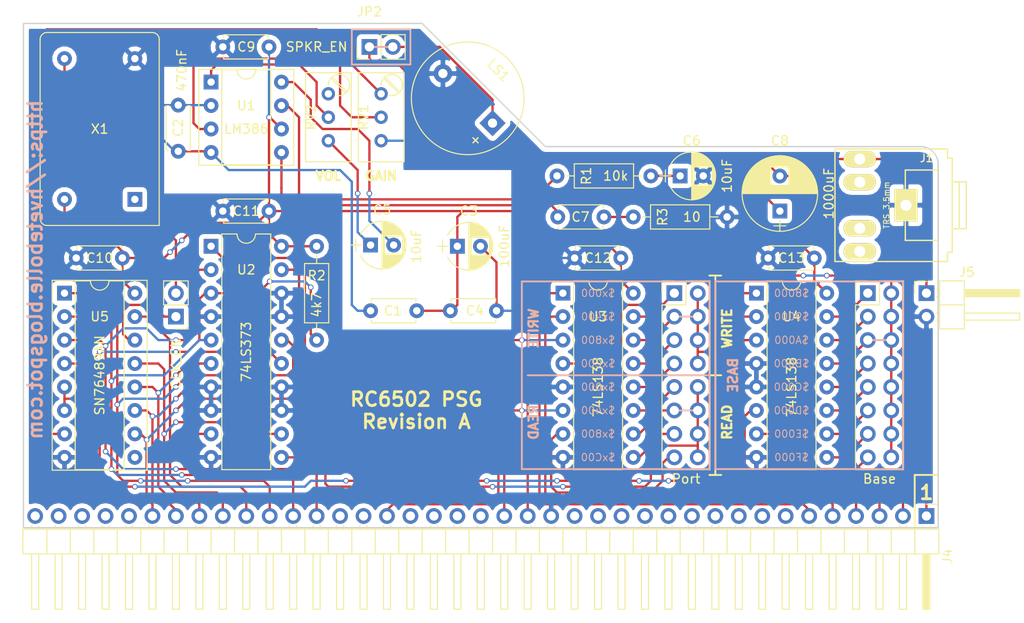
<source format=kicad_pcb>
(kicad_pcb (version 4) (host pcbnew 4.0.7)
  (layers (0 F.Cu signal) (31 B.Cu signal) (34 B.Paste user) (35 F.Paste user) (36 B.SilkS user) (37 F.SilkS user) (38 B.Mask user) (39 F.Mask user) (44 Edge.Cuts user))
  (net 0 "")
  (net 1 GND)
  (net 2 VCC)
  (net 3 "Net-(C5-Pad1)")
  (net 4 "Net-(C5-Pad2)")
  (net 5 "Net-(C6-Pad1)")
  (net 6 "Net-(C7-Pad1)")
  (net 7 "Net-(C7-Pad2)")
  (net 8 "Net-(C8-Pad2)")
  (net 9 "Net-(J2-Pad1)")
  (net 10 WRITE)
  (net 11 "Net-(J2-Pad3)")
  (net 12 "Net-(J2-Pad5)")
  (net 13 "Net-(J2-Pad7)")
  (net 14 "Net-(J2-Pad9)")
  (net 15 READ)
  (net 16 "Net-(J2-Pad11)")
  (net 17 "Net-(J2-Pad13)")
  (net 18 "Net-(J2-Pad15)")
  (net 19 "Net-(J3-Pad1)")
  (net 20 "Net-(J3-Pad10)")
  (net 21 "Net-(J3-Pad3)")
  (net 22 "Net-(J3-Pad5)")
  (net 23 "Net-(J3-Pad7)")
  (net 24 "Net-(J3-Pad9)")
  (net 25 "Net-(J3-Pad11)")
  (net 26 "Net-(J3-Pad13)")
  (net 27 "Net-(J3-Pad15)")
  (net 28 /A15)
  (net 29 /A14)
  (net 30 /A13)
  (net 31 /A12)
  (net 32 /A11)
  (net 33 /A10)
  (net 34 /Phi2)
  (net 35 /R/~W)
  (net 36 /D0)
  (net 37 /D1)
  (net 38 /D2)
  (net 39 /D3)
  (net 40 /D4)
  (net 41 /D5)
  (net 42 /D6)
  (net 43 /D7)
  (net 44 /CLK)
  (net 45 "Net-(JP2-Pad2)")
  (net 46 "Net-(R1-Pad1)")
  (net 47 READY)
  (net 48 Line)
  (net 49 "Net-(RV1-Pad2)")
  (net 50 "Net-(RV2-Pad2)")
  (net 51 "Net-(JP1-Pad2)")
  (module Capacitors_THT:C_Disc_D4.7mm_W2.5mm_P5.00mm (layer F.Cu) (at 113.792 119.38)
    (fp_text reference C1 (at 2.413 0) (layer F.SilkS))
    (fp_text value 100nF)
    (pad 1 thru_hole circle (at 0 0) (size 1.6 1.6) (drill 0.8) (layers *.Cu *.Mask) (net 1 GND))
    (pad 2 thru_hole circle (at 5 0) (size 1.6 1.6) (drill 0.8) (layers *.Cu *.Mask) (net 2 VCC))
  )
  (module Capacitors_THT:C_Disc_D4.7mm_W2.5mm_P5.00mm (layer F.Cu) (at 92.964 102.108 90)
    (fp_text reference C2 (at 2.54 0 90) (layer F.SilkS))
    (fp_text value 470nF (at 8.763 0.381 90) (layer F.SilkS))
    (pad 1 thru_hole circle (at 0 0 90) (size 1.6 1.6) (drill 0.8) (layers *.Cu *.Mask) (net 1 GND))
    (pad 2 thru_hole circle (at 5 0 90) (size 1.6 1.6) (drill 0.8) (layers *.Cu *.Mask) (net 1 GND))
  )
  (module Capacitors_THT:C_Disc_D4.7mm_W2.5mm_P5.00mm (layer F.Cu) (at 122.428 119.38)
    (fp_text reference C4 (at 2.667 0) (layer F.SilkS))
    (fp_text value 100nF)
    (pad 1 thru_hole circle (at 0 0) (size 1.6 1.6) (drill 0.8) (layers *.Cu *.Mask) (net 2 VCC))
    (pad 2 thru_hole circle (at 5 0) (size 1.6 1.6) (drill 0.8) (layers *.Cu *.Mask) (net 1 GND))
  )
  (module Capacitors_THT:C_Disc_D4.7mm_W2.5mm_P5.00mm (layer F.Cu) (at 139.065 109.22 180)
    (fp_text reference C7 (at 2.54 0 180) (layer F.SilkS))
    (fp_text value 100nF)
    (pad 1 thru_hole circle (at 0 0 180) (size 1.6 1.6) (drill 0.8) (layers *.Cu *.Mask) (net 6 "Net-(C7-Pad1)"))
    (pad 2 thru_hole circle (at 5 0 180) (size 1.6 1.6) (drill 0.8) (layers *.Cu *.Mask) (net 7 "Net-(C7-Pad2)"))
  )
  (module Capacitors_THT:CP_Radial_D8.0mm_P3.80mm (layer F.Cu) (at 158.115 108.585 90)
    (fp_text reference C8 (at 7.62 0 180) (layer F.SilkS))
    (fp_text value 1000uF (at 1.9 5.31 90) (layer F.SilkS))
    (pad 1 thru_hole rect (at 0 0 90) (size 1.6 1.6) (drill 0.8) (layers *.Cu *.Mask) (net 7 "Net-(C7-Pad2)"))
    (pad 2 thru_hole circle (at 3.8 0 90) (size 1.6 1.6) (drill 0.8) (layers *.Cu *.Mask) (net 8 "Net-(C8-Pad2)"))
  )
  (module Pin_Headers:Pin_Header_Straight_2x08_Pitch2.54mm (layer F.Cu) (at 146.685 117.475)
    (fp_text reference J2)
    (fp_text value Port (at 1.27 20.11) (layer F.SilkS))
    (pad 1 thru_hole rect (at 0 0) (size 1.7 1.7) (drill 1) (layers *.Cu *.Mask) (net 9 "Net-(J2-Pad1)"))
    (pad 2 thru_hole oval (at 2.54 0) (size 1.7 1.7) (drill 1) (layers *.Cu *.Mask) (net 10 WRITE))
    (pad 3 thru_hole oval (at 0 2.54) (size 1.7 1.7) (drill 1) (layers *.Cu *.Mask) (net 11 "Net-(J2-Pad3)"))
    (pad 4 thru_hole oval (at 2.54 2.54) (size 1.7 1.7) (drill 1) (layers *.Cu *.Mask) (net 10 WRITE))
    (pad 5 thru_hole oval (at 0 5.08) (size 1.7 1.7) (drill 1) (layers *.Cu *.Mask) (net 12 "Net-(J2-Pad5)"))
    (pad 6 thru_hole oval (at 2.54 5.08) (size 1.7 1.7) (drill 1) (layers *.Cu *.Mask) (net 10 WRITE))
    (pad 7 thru_hole oval (at 0 7.62) (size 1.7 1.7) (drill 1) (layers *.Cu *.Mask) (net 13 "Net-(J2-Pad7)"))
    (pad 8 thru_hole oval (at 2.54 7.62) (size 1.7 1.7) (drill 1) (layers *.Cu *.Mask) (net 10 WRITE))
    (pad 9 thru_hole oval (at 0 10.16) (size 1.7 1.7) (drill 1) (layers *.Cu *.Mask) (net 14 "Net-(J2-Pad9)"))
    (pad 10 thru_hole oval (at 2.54 10.16) (size 1.7 1.7) (drill 1) (layers *.Cu *.Mask) (net 15 READ))
    (pad 11 thru_hole oval (at 0 12.7) (size 1.7 1.7) (drill 1) (layers *.Cu *.Mask) (net 16 "Net-(J2-Pad11)"))
    (pad 12 thru_hole oval (at 2.54 12.7) (size 1.7 1.7) (drill 1) (layers *.Cu *.Mask) (net 15 READ))
    (pad 13 thru_hole oval (at 0 15.24) (size 1.7 1.7) (drill 1) (layers *.Cu *.Mask) (net 17 "Net-(J2-Pad13)"))
    (pad 14 thru_hole oval (at 2.54 15.24) (size 1.7 1.7) (drill 1) (layers *.Cu *.Mask) (net 15 READ))
    (pad 15 thru_hole oval (at 0 17.78) (size 1.7 1.7) (drill 1) (layers *.Cu *.Mask) (net 18 "Net-(J2-Pad15)"))
    (pad 16 thru_hole oval (at 2.54 17.78) (size 1.7 1.7) (drill 1) (layers *.Cu *.Mask) (net 15 READ))
  )
  (module Pin_Headers:Pin_Header_Straight_2x08_Pitch2.54mm (layer F.Cu) (at 167.64 117.475)
    (fp_text reference J3)
    (fp_text value Base (at 1.27 20.11) (layer F.SilkS))
    (pad 1 thru_hole rect (at 0 0) (size 1.7 1.7) (drill 1) (layers *.Cu *.Mask) (net 19 "Net-(J3-Pad1)"))
    (pad 2 thru_hole oval (at 2.54 0) (size 1.7 1.7) (drill 1) (layers *.Cu *.Mask) (net 20 "Net-(J3-Pad10)"))
    (pad 3 thru_hole oval (at 0 2.54) (size 1.7 1.7) (drill 1) (layers *.Cu *.Mask) (net 21 "Net-(J3-Pad3)"))
    (pad 4 thru_hole oval (at 2.54 2.54) (size 1.7 1.7) (drill 1) (layers *.Cu *.Mask) (net 20 "Net-(J3-Pad10)"))
    (pad 5 thru_hole oval (at 0 5.08) (size 1.7 1.7) (drill 1) (layers *.Cu *.Mask) (net 22 "Net-(J3-Pad5)"))
    (pad 6 thru_hole oval (at 2.54 5.08) (size 1.7 1.7) (drill 1) (layers *.Cu *.Mask) (net 20 "Net-(J3-Pad10)"))
    (pad 7 thru_hole oval (at 0 7.62) (size 1.7 1.7) (drill 1) (layers *.Cu *.Mask) (net 23 "Net-(J3-Pad7)"))
    (pad 8 thru_hole oval (at 2.54 7.62) (size 1.7 1.7) (drill 1) (layers *.Cu *.Mask) (net 20 "Net-(J3-Pad10)"))
    (pad 9 thru_hole oval (at 0 10.16) (size 1.7 1.7) (drill 1) (layers *.Cu *.Mask) (net 24 "Net-(J3-Pad9)"))
    (pad 10 thru_hole oval (at 2.54 10.16) (size 1.7 1.7) (drill 1) (layers *.Cu *.Mask) (net 20 "Net-(J3-Pad10)"))
    (pad 11 thru_hole oval (at 0 12.7) (size 1.7 1.7) (drill 1) (layers *.Cu *.Mask) (net 25 "Net-(J3-Pad11)"))
    (pad 12 thru_hole oval (at 2.54 12.7) (size 1.7 1.7) (drill 1) (layers *.Cu *.Mask) (net 20 "Net-(J3-Pad10)"))
    (pad 13 thru_hole oval (at 0 15.24) (size 1.7 1.7) (drill 1) (layers *.Cu *.Mask) (net 26 "Net-(J3-Pad13)"))
    (pad 14 thru_hole oval (at 2.54 15.24) (size 1.7 1.7) (drill 1) (layers *.Cu *.Mask) (net 20 "Net-(J3-Pad10)"))
    (pad 15 thru_hole oval (at 0 17.78) (size 1.7 1.7) (drill 1) (layers *.Cu *.Mask) (net 27 "Net-(J3-Pad15)"))
    (pad 16 thru_hole oval (at 2.54 17.78) (size 1.7 1.7) (drill 1) (layers *.Cu *.Mask) (net 20 "Net-(J3-Pad10)"))
  )
  (module Pin_Headers:Pin_Header_Angled_1x39_Pitch2.54mm (layer F.Cu) (at 173.99 141.605 270)
    (fp_text reference J4 (at 4.385 -2.27 270) (layer F.SilkS))
    (fp_text value RC6502_Backplane)
    (pad 1 thru_hole rect (at 0 0 270) (size 1.7 1.7) (drill 1) (layers *.Cu *.Mask) (net 28 /A15))
    (pad 2 thru_hole oval (at 0 2.54 270) (size 1.7 1.7) (drill 1) (layers *.Cu *.Mask) (net 29 /A14))
    (pad 3 thru_hole oval (at 0 5.08 270) (size 1.7 1.7) (drill 1) (layers *.Cu *.Mask) (net 30 /A13))
    (pad 4 thru_hole oval (at 0 7.62 270) (size 1.7 1.7) (drill 1) (layers *.Cu *.Mask) (net 31 /A12))
    (pad 5 thru_hole oval (at 0 10.16 270) (size 1.7 1.7) (drill 1) (layers *.Cu *.Mask) (net 32 /A11))
    (pad 6 thru_hole oval (at 0 12.7 270) (size 1.7 1.7) (drill 1) (layers *.Cu *.Mask) (net 33 /A10))
    (pad 7 thru_hole oval (at 0 15.24 270) (size 1.7 1.7) (drill 1) (layers *.Cu *.Mask))
    (pad 8 thru_hole oval (at 0 17.78 270) (size 1.7 1.7) (drill 1) (layers *.Cu *.Mask))
    (pad 9 thru_hole oval (at 0 20.32 270) (size 1.7 1.7) (drill 1) (layers *.Cu *.Mask))
    (pad 10 thru_hole oval (at 0 22.86 270) (size 1.7 1.7) (drill 1) (layers *.Cu *.Mask))
    (pad 11 thru_hole oval (at 0 25.4 270) (size 1.7 1.7) (drill 1) (layers *.Cu *.Mask))
    (pad 12 thru_hole oval (at 0 27.94 270) (size 1.7 1.7) (drill 1) (layers *.Cu *.Mask))
    (pad 13 thru_hole oval (at 0 30.48 270) (size 1.7 1.7) (drill 1) (layers *.Cu *.Mask))
    (pad 14 thru_hole oval (at 0 33.02 270) (size 1.7 1.7) (drill 1) (layers *.Cu *.Mask))
    (pad 15 thru_hole oval (at 0 35.56 270) (size 1.7 1.7) (drill 1) (layers *.Cu *.Mask))
    (pad 16 thru_hole oval (at 0 38.1 270) (size 1.7 1.7) (drill 1) (layers *.Cu *.Mask))
    (pad 17 thru_hole oval (at 0 40.64 270) (size 1.7 1.7) (drill 1) (layers *.Cu *.Mask) (net 1 GND))
    (pad 18 thru_hole oval (at 0 43.18 270) (size 1.7 1.7) (drill 1) (layers *.Cu *.Mask) (net 2 VCC))
    (pad 19 thru_hole oval (at 0 45.72 270) (size 1.7 1.7) (drill 1) (layers *.Cu *.Mask) (net 34 /Phi2))
    (pad 20 thru_hole oval (at 0 48.26 270) (size 1.7 1.7) (drill 1) (layers *.Cu *.Mask))
    (pad 21 thru_hole oval (at 0 50.8 270) (size 1.7 1.7) (drill 1) (layers *.Cu *.Mask))
    (pad 22 thru_hole oval (at 0 53.34 270) (size 1.7 1.7) (drill 1) (layers *.Cu *.Mask))
    (pad 23 thru_hole oval (at 0 55.88 270) (size 1.7 1.7) (drill 1) (layers *.Cu *.Mask))
    (pad 24 thru_hole oval (at 0 58.42 270) (size 1.7 1.7) (drill 1) (layers *.Cu *.Mask) (net 35 /R/~W))
    (pad 25 thru_hole oval (at 0 60.96 270) (size 1.7 1.7) (drill 1) (layers *.Cu *.Mask))
    (pad 26 thru_hole oval (at 0 63.5 270) (size 1.7 1.7) (drill 1) (layers *.Cu *.Mask))
    (pad 27 thru_hole oval (at 0 66.04 270) (size 1.7 1.7) (drill 1) (layers *.Cu *.Mask) (net 36 /D0))
    (pad 28 thru_hole oval (at 0 68.58 270) (size 1.7 1.7) (drill 1) (layers *.Cu *.Mask) (net 37 /D1))
    (pad 29 thru_hole oval (at 0 71.12 270) (size 1.7 1.7) (drill 1) (layers *.Cu *.Mask) (net 38 /D2))
    (pad 30 thru_hole oval (at 0 73.66 270) (size 1.7 1.7) (drill 1) (layers *.Cu *.Mask) (net 39 /D3))
    (pad 31 thru_hole oval (at 0 76.2 270) (size 1.7 1.7) (drill 1) (layers *.Cu *.Mask) (net 40 /D4))
    (pad 32 thru_hole oval (at 0 78.74 270) (size 1.7 1.7) (drill 1) (layers *.Cu *.Mask) (net 41 /D5))
    (pad 33 thru_hole oval (at 0 81.28 270) (size 1.7 1.7) (drill 1) (layers *.Cu *.Mask) (net 42 /D6))
    (pad 34 thru_hole oval (at 0 83.82 270) (size 1.7 1.7) (drill 1) (layers *.Cu *.Mask) (net 43 /D7))
    (pad 35 thru_hole oval (at 0 86.36 270) (size 1.7 1.7) (drill 1) (layers *.Cu *.Mask))
    (pad 36 thru_hole oval (at 0 88.9 270) (size 1.7 1.7) (drill 1) (layers *.Cu *.Mask))
    (pad 37 thru_hole oval (at 0 91.44 270) (size 1.7 1.7) (drill 1) (layers *.Cu *.Mask))
    (pad 38 thru_hole oval (at 0 93.98 270) (size 1.7 1.7) (drill 1) (layers *.Cu *.Mask))
    (pad 39 thru_hole oval (at 0 96.52 270) (size 1.7 1.7) (drill 1) (layers *.Cu *.Mask))
  )
  (module Pin_Headers:Pin_Header_Straight_1x02_Pitch2.54mm (layer F.Cu) (at 113.665 90.805 90)
    (fp_text reference JP2 (at 3.81 0 180) (layer F.SilkS))
    (fp_text value SPKR_EN (at 0 -5.715 180) (layer F.SilkS))
    (pad 1 thru_hole rect (at 0 0 90) (size 1.7 1.7) (drill 1) (layers *.Cu *.Mask) (net 8 "Net-(C8-Pad2)"))
    (pad 2 thru_hole oval (at 0 2.54 90) (size 1.7 1.7) (drill 1) (layers *.Cu *.Mask) (net 45 "Net-(JP2-Pad2)"))
  )
  (module Buzzers_Beepers:Buzzer_12x9.5RM7.6 (layer F.Cu) (at 127 99.06 135)
    (fp_text reference LS1 (at 3.592102 4.490128 135) (layer F.SilkS))
    (fp_text value Speaker)
    (fp_text user + (at -0.01 -2.54 135) (layer F.SilkS))
    (pad 1 thru_hole rect (at 0 0 135) (size 2 2) (drill 1) (layers *.Cu *.Mask) (net 45 "Net-(JP2-Pad2)"))
    (pad 2 thru_hole circle (at 7.6 0 135) (size 2 2) (drill 1) (layers *.Cu *.Mask) (net 1 GND))
  )
  (module Resistors_THT:R_Axial_DIN0207_L6.3mm_D2.5mm_P10.16mm_Horizontal (layer F.Cu) (at 133.985 104.775)
    (fp_text reference R1 (at 3.175 0 90) (layer F.SilkS))
    (fp_text value 10k (at 6.35 0) (layer F.SilkS))
    (pad 1 thru_hole circle (at 0 0) (size 1.6 1.6) (drill 0.8) (layers *.Cu *.Mask) (net 46 "Net-(R1-Pad1)"))
    (pad 2 thru_hole oval (at 10.16 0) (size 1.6 1.6) (drill 0.8) (layers *.Cu *.Mask) (net 5 "Net-(C6-Pad1)"))
  )
  (module Resistors_THT:R_Axial_DIN0207_L6.3mm_D2.5mm_P10.16mm_Horizontal (layer F.Cu) (at 107.95 112.395 270)
    (fp_text reference R2 (at 3.175 0 360) (layer F.SilkS))
    (fp_text value 4k7 (at 6.35 0 270) (layer F.SilkS))
    (pad 1 thru_hole circle (at 0 0 270) (size 1.6 1.6) (drill 0.8) (layers *.Cu *.Mask) (net 2 VCC))
    (pad 2 thru_hole oval (at 10.16 0 270) (size 1.6 1.6) (drill 0.8) (layers *.Cu *.Mask) (net 47 READY))
  )
  (module Resistors_THT:R_Axial_DIN0207_L6.3mm_D2.5mm_P10.16mm_Horizontal (layer F.Cu) (at 142.24 109.22)
    (fp_text reference R3 (at 3.175 0 90) (layer F.SilkS))
    (fp_text value 10 (at 6.35 0) (layer F.SilkS))
    (pad 1 thru_hole circle (at 0 0) (size 1.6 1.6) (drill 0.8) (layers *.Cu *.Mask) (net 6 "Net-(C7-Pad1)"))
    (pad 2 thru_hole oval (at 10.16 0) (size 1.6 1.6) (drill 0.8) (layers *.Cu *.Mask) (net 1 GND))
  )
  (module Potentiometers:Potentiometer_Trimmer_Bourns_3296W (layer F.Cu) (at 114.935 95.885 90)
    (fp_text reference RV1 (at -2.54 -1.905 90) (layer F.SilkS))
    (fp_text value 10K)
    (pad 1 thru_hole circle (at 0 0 90) (size 1.44 1.44) (drill 0.8) (layers *.Cu *.Mask) (net 48 Line))
    (pad 2 thru_hole circle (at -2.54 0 90) (size 1.44 1.44) (drill 0.8) (layers *.Cu *.Mask) (net 49 "Net-(RV1-Pad2)"))
    (pad 3 thru_hole circle (at -5.08 0 90) (size 1.44 1.44) (drill 0.8) (layers *.Cu *.Mask) (net 1 GND))
  )
  (module Potentiometers:Potentiometer_Trimmer_Bourns_3296W (layer F.Cu) (at 109.22 95.885 90)
    (fp_text reference RV2 (at -2.54 -1.905 90) (layer F.SilkS))
    (fp_text value 10K)
    (pad 1 thru_hole circle (at 0 0 90) (size 1.44 1.44) (drill 0.8) (layers *.Cu *.Mask))
    (pad 2 thru_hole circle (at -2.54 0 90) (size 1.44 1.44) (drill 0.8) (layers *.Cu *.Mask) (net 50 "Net-(RV2-Pad2)"))
    (pad 3 thru_hole circle (at -5.08 0 90) (size 1.44 1.44) (drill 0.8) (layers *.Cu *.Mask) (net 3 "Net-(C5-Pad1)"))
  )
  (module Housings_DIP:DIP-8_W7.62mm_Socket (layer F.Cu) (at 96.52 94.615)
    (fp_text reference U1 (at 3.81 2.54) (layer F.SilkS))
    (fp_text value LM386 (at 3.81 5.08) (layer F.SilkS))
    (pad 1 thru_hole rect (at 0 0) (size 1.6 1.6) (drill 0.8) (layers *.Cu *.Mask) (net 50 "Net-(RV2-Pad2)"))
    (pad 5 thru_hole oval (at 7.62 7.62) (size 1.6 1.6) (drill 0.8) (layers *.Cu *.Mask) (net 7 "Net-(C7-Pad2)"))
    (pad 2 thru_hole oval (at 0 2.54) (size 1.6 1.6) (drill 0.8) (layers *.Cu *.Mask) (net 1 GND))
    (pad 6 thru_hole oval (at 7.62 5.08) (size 1.6 1.6) (drill 0.8) (layers *.Cu *.Mask) (net 2 VCC))
    (pad 3 thru_hole oval (at 0 5.08) (size 1.6 1.6) (drill 0.8) (layers *.Cu *.Mask) (net 49 "Net-(RV1-Pad2)"))
    (pad 7 thru_hole oval (at 7.62 2.54) (size 1.6 1.6) (drill 0.8) (layers *.Cu *.Mask) (net 46 "Net-(R1-Pad1)"))
    (pad 4 thru_hole oval (at 0 7.62) (size 1.6 1.6) (drill 0.8) (layers *.Cu *.Mask) (net 1 GND))
    (pad 8 thru_hole oval (at 7.62 0) (size 1.6 1.6) (drill 0.8) (layers *.Cu *.Mask) (net 4 "Net-(C5-Pad2)"))
  )
  (module Housings_DIP:DIP-20_W7.62mm (layer F.Cu) (at 96.52 112.395)
    (fp_text reference U2 (at 3.81 2.54) (layer F.SilkS))
    (fp_text value 74LS373 (at 3.81 11.43 90) (layer F.SilkS))
    (pad 1 thru_hole rect (at 0 0) (size 1.6 1.6) (drill 0.8) (layers *.Cu *.Mask) (net 15 READ))
    (pad 11 thru_hole oval (at 7.62 22.86) (size 1.6 1.6) (drill 0.8) (layers *.Cu *.Mask) (net 15 READ))
    (pad 2 thru_hole oval (at 0 2.54) (size 1.6 1.6) (drill 0.8) (layers *.Cu *.Mask) (net 36 /D0))
    (pad 12 thru_hole oval (at 7.62 20.32) (size 1.6 1.6) (drill 0.8) (layers *.Cu *.Mask) (net 40 /D4))
    (pad 3 thru_hole oval (at 0 5.08) (size 1.6 1.6) (drill 0.8) (layers *.Cu *.Mask) (net 47 READY))
    (pad 13 thru_hole oval (at 7.62 17.78) (size 1.6 1.6) (drill 0.8) (layers *.Cu *.Mask) (net 1 GND))
    (pad 4 thru_hole oval (at 0 7.62) (size 1.6 1.6) (drill 0.8) (layers *.Cu *.Mask) (net 1 GND))
    (pad 14 thru_hole oval (at 7.62 15.24) (size 1.6 1.6) (drill 0.8) (layers *.Cu *.Mask) (net 1 GND))
    (pad 5 thru_hole oval (at 0 10.16) (size 1.6 1.6) (drill 0.8) (layers *.Cu *.Mask) (net 37 /D1))
    (pad 15 thru_hole oval (at 7.62 12.7) (size 1.6 1.6) (drill 0.8) (layers *.Cu *.Mask) (net 41 /D5))
    (pad 6 thru_hole oval (at 0 12.7) (size 1.6 1.6) (drill 0.8) (layers *.Cu *.Mask) (net 38 /D2))
    (pad 16 thru_hole oval (at 7.62 10.16) (size 1.6 1.6) (drill 0.8) (layers *.Cu *.Mask) (net 42 /D6))
    (pad 7 thru_hole oval (at 0 15.24) (size 1.6 1.6) (drill 0.8) (layers *.Cu *.Mask) (net 1 GND))
    (pad 17 thru_hole oval (at 7.62 7.62) (size 1.6 1.6) (drill 0.8) (layers *.Cu *.Mask) (net 1 GND))
    (pad 8 thru_hole oval (at 0 17.78) (size 1.6 1.6) (drill 0.8) (layers *.Cu *.Mask) (net 1 GND))
    (pad 18 thru_hole oval (at 7.62 5.08) (size 1.6 1.6) (drill 0.8) (layers *.Cu *.Mask) (net 1 GND))
    (pad 9 thru_hole oval (at 0 20.32) (size 1.6 1.6) (drill 0.8) (layers *.Cu *.Mask) (net 39 /D3))
    (pad 19 thru_hole oval (at 7.62 2.54) (size 1.6 1.6) (drill 0.8) (layers *.Cu *.Mask) (net 43 /D7))
    (pad 10 thru_hole oval (at 0 22.86) (size 1.6 1.6) (drill 0.8) (layers *.Cu *.Mask) (net 1 GND))
    (pad 20 thru_hole oval (at 7.62 0) (size 1.6 1.6) (drill 0.8) (layers *.Cu *.Mask) (net 2 VCC))
  )
  (module Housings_DIP:DIP-16_W7.62mm (layer F.Cu) (at 134.62 117.475)
    (fp_text reference U3 (at 3.81 2.54) (layer F.SilkS))
    (fp_text value 74LS138 (at 3.81 10.16 90) (layer F.SilkS))
    (pad 1 thru_hole rect (at 0 0) (size 1.6 1.6) (drill 0.8) (layers *.Cu *.Mask) (net 33 /A10))
    (pad 9 thru_hole oval (at 7.62 17.78) (size 1.6 1.6) (drill 0.8) (layers *.Cu *.Mask) (net 17 "Net-(J2-Pad13)"))
    (pad 2 thru_hole oval (at 0 2.54) (size 1.6 1.6) (drill 0.8) (layers *.Cu *.Mask) (net 32 /A11))
    (pad 10 thru_hole oval (at 7.62 15.24) (size 1.6 1.6) (drill 0.8) (layers *.Cu *.Mask) (net 16 "Net-(J2-Pad11)"))
    (pad 3 thru_hole oval (at 0 5.08) (size 1.6 1.6) (drill 0.8) (layers *.Cu *.Mask) (net 35 /R/~W))
    (pad 11 thru_hole oval (at 7.62 12.7) (size 1.6 1.6) (drill 0.8) (layers *.Cu *.Mask) (net 14 "Net-(J2-Pad9)"))
    (pad 4 thru_hole oval (at 0 7.62) (size 1.6 1.6) (drill 0.8) (layers *.Cu *.Mask) (net 20 "Net-(J3-Pad10)"))
    (pad 12 thru_hole oval (at 7.62 10.16) (size 1.6 1.6) (drill 0.8) (layers *.Cu *.Mask) (net 13 "Net-(J2-Pad7)"))
    (pad 5 thru_hole oval (at 0 10.16) (size 1.6 1.6) (drill 0.8) (layers *.Cu *.Mask) (net 1 GND))
    (pad 13 thru_hole oval (at 7.62 7.62) (size 1.6 1.6) (drill 0.8) (layers *.Cu *.Mask) (net 12 "Net-(J2-Pad5)"))
    (pad 6 thru_hole oval (at 0 12.7) (size 1.6 1.6) (drill 0.8) (layers *.Cu *.Mask) (net 34 /Phi2))
    (pad 14 thru_hole oval (at 7.62 5.08) (size 1.6 1.6) (drill 0.8) (layers *.Cu *.Mask) (net 11 "Net-(J2-Pad3)"))
    (pad 7 thru_hole oval (at 0 15.24) (size 1.6 1.6) (drill 0.8) (layers *.Cu *.Mask) (net 18 "Net-(J2-Pad15)"))
    (pad 15 thru_hole oval (at 7.62 2.54) (size 1.6 1.6) (drill 0.8) (layers *.Cu *.Mask) (net 9 "Net-(J2-Pad1)"))
    (pad 8 thru_hole oval (at 0 17.78) (size 1.6 1.6) (drill 0.8) (layers *.Cu *.Mask) (net 1 GND))
    (pad 16 thru_hole oval (at 7.62 0) (size 1.6 1.6) (drill 0.8) (layers *.Cu *.Mask) (net 2 VCC))
  )
  (module Housings_DIP:DIP-16_W7.62mm (layer F.Cu) (at 155.575 117.475)
    (fp_text reference U4 (at 3.81 2.54) (layer F.SilkS))
    (fp_text value 74LS138 (at 3.81 10.16 90) (layer F.SilkS))
    (pad 1 thru_hole rect (at 0 0) (size 1.6 1.6) (drill 0.8) (layers *.Cu *.Mask) (net 31 /A12))
    (pad 9 thru_hole oval (at 7.62 17.78) (size 1.6 1.6) (drill 0.8) (layers *.Cu *.Mask) (net 26 "Net-(J3-Pad13)"))
    (pad 2 thru_hole oval (at 0 2.54) (size 1.6 1.6) (drill 0.8) (layers *.Cu *.Mask) (net 30 /A13))
    (pad 10 thru_hole oval (at 7.62 15.24) (size 1.6 1.6) (drill 0.8) (layers *.Cu *.Mask) (net 25 "Net-(J3-Pad11)"))
    (pad 3 thru_hole oval (at 0 5.08) (size 1.6 1.6) (drill 0.8) (layers *.Cu *.Mask) (net 29 /A14))
    (pad 11 thru_hole oval (at 7.62 12.7) (size 1.6 1.6) (drill 0.8) (layers *.Cu *.Mask) (net 24 "Net-(J3-Pad9)"))
    (pad 4 thru_hole oval (at 0 7.62) (size 1.6 1.6) (drill 0.8) (layers *.Cu *.Mask) (net 1 GND))
    (pad 12 thru_hole oval (at 7.62 10.16) (size 1.6 1.6) (drill 0.8) (layers *.Cu *.Mask) (net 23 "Net-(J3-Pad7)"))
    (pad 5 thru_hole oval (at 0 10.16) (size 1.6 1.6) (drill 0.8) (layers *.Cu *.Mask) (net 1 GND))
    (pad 13 thru_hole oval (at 7.62 7.62) (size 1.6 1.6) (drill 0.8) (layers *.Cu *.Mask) (net 22 "Net-(J3-Pad5)"))
    (pad 6 thru_hole oval (at 0 12.7) (size 1.6 1.6) (drill 0.8) (layers *.Cu *.Mask) (net 28 /A15))
    (pad 14 thru_hole oval (at 7.62 5.08) (size 1.6 1.6) (drill 0.8) (layers *.Cu *.Mask) (net 21 "Net-(J3-Pad3)"))
    (pad 7 thru_hole oval (at 0 15.24) (size 1.6 1.6) (drill 0.8) (layers *.Cu *.Mask) (net 27 "Net-(J3-Pad15)"))
    (pad 15 thru_hole oval (at 7.62 2.54) (size 1.6 1.6) (drill 0.8) (layers *.Cu *.Mask) (net 19 "Net-(J3-Pad1)"))
    (pad 8 thru_hole oval (at 0 17.78) (size 1.6 1.6) (drill 0.8) (layers *.Cu *.Mask) (net 1 GND))
    (pad 16 thru_hole oval (at 7.62 0) (size 1.6 1.6) (drill 0.8) (layers *.Cu *.Mask) (net 2 VCC))
  )
  (module Housings_DIP:DIP-16_W7.62mm_Socket (layer F.Cu) (at 80.645 117.475)
    (fp_text reference U5 (at 3.81 2.54) (layer F.SilkS))
    (fp_text value SN76489AN (at 3.81 8.89 90) (layer F.SilkS))
    (pad 1 thru_hole rect (at 0 0) (size 1.6 1.6) (drill 0.8) (layers *.Cu *.Mask) (net 38 /D2))
    (pad 9 thru_hole oval (at 7.62 17.78) (size 1.6 1.6) (drill 0.8) (layers *.Cu *.Mask))
    (pad 2 thru_hole oval (at 0 2.54) (size 1.6 1.6) (drill 0.8) (layers *.Cu *.Mask) (net 37 /D1))
    (pad 10 thru_hole oval (at 7.62 15.24) (size 1.6 1.6) (drill 0.8) (layers *.Cu *.Mask) (net 43 /D7))
    (pad 3 thru_hole oval (at 0 5.08) (size 1.6 1.6) (drill 0.8) (layers *.Cu *.Mask) (net 36 /D0))
    (pad 11 thru_hole oval (at 7.62 12.7) (size 1.6 1.6) (drill 0.8) (layers *.Cu *.Mask) (net 42 /D6))
    (pad 4 thru_hole oval (at 0 7.62) (size 1.6 1.6) (drill 0.8) (layers *.Cu *.Mask) (net 47 READY))
    (pad 12 thru_hole oval (at 7.62 10.16) (size 1.6 1.6) (drill 0.8) (layers *.Cu *.Mask) (net 41 /D5))
    (pad 5 thru_hole oval (at 0 10.16) (size 1.6 1.6) (drill 0.8) (layers *.Cu *.Mask) (net 10 WRITE))
    (pad 13 thru_hole oval (at 7.62 7.62) (size 1.6 1.6) (drill 0.8) (layers *.Cu *.Mask) (net 40 /D4))
    (pad 6 thru_hole oval (at 0 12.7) (size 1.6 1.6) (drill 0.8) (layers *.Cu *.Mask) (net 10 WRITE))
    (pad 14 thru_hole oval (at 7.62 5.08) (size 1.6 1.6) (drill 0.8) (layers *.Cu *.Mask) (net 44 /CLK))
    (pad 7 thru_hole oval (at 0 15.24) (size 1.6 1.6) (drill 0.8) (layers *.Cu *.Mask) (net 48 Line))
    (pad 15 thru_hole oval (at 7.62 2.54) (size 1.6 1.6) (drill 0.8) (layers *.Cu *.Mask) (net 39 /D3))
    (pad 8 thru_hole oval (at 0 17.78) (size 1.6 1.6) (drill 0.8) (layers *.Cu *.Mask) (net 1 GND))
    (pad 16 thru_hole oval (at 7.62 0) (size 1.6 1.6) (drill 0.8) (layers *.Cu *.Mask) (net 2 VCC))
  )
  (module Oscillators:Oscillator_DIP-14 (layer F.Cu) (at 88.265 107.315 90)
    (fp_text reference X1 (at 7.62 -3.81 180) (layer F.SilkS))
    (fp_text value TCXO-14)
    (pad 1 thru_hole rect (at 0 0 90) (size 1.6 1.6) (drill 0.8) (layers *.Cu *.Mask))
    (pad 14 thru_hole circle (at 0 -7.62 90) (size 1.6 1.6) (drill 0.8) (layers *.Cu *.Mask) (net 2 VCC))
    (pad 8 thru_hole circle (at 15.24 -7.62 90) (size 1.6 1.6) (drill 0.8) (layers *.Cu *.Mask) (net 51 "Net-(JP1-Pad2)"))
    (pad 7 thru_hole circle (at 15.24 0 90) (size 1.6 1.6) (drill 0.8) (layers *.Cu *.Mask) (net 1 GND))
  )
  (module TRS:Tayda_3.5mm_stereo_TRS_jack_A-853 (layer F.Cu) (at 170.18 107.95 270)
    (fp_text reference J1 (at -5.08 -3.81 360) (layer F.SilkS) (effects (font (size 0.8 0.8))))
    (fp_text value TRS_3.5mm (at 0 0.508 270) (layer F.SilkS) (effects (font (size 0.6 0.6) (thickness 0.1))))
    (pad 1 thru_hole rect (at 0 -1.596 270) (size 3.5 2.5) (drill 1.2) (layers *.Cu *.Mask F.SilkS) (net 1 GND))
    (pad 2 thru_hole oval (at 5 3.41 270) (size 1.75 3.5) (drill 1.2) (layers *.Cu *.Mask F.SilkS))
    (pad 5 thru_hole oval (at -5 3.41 270) (size 1.75 3.5) (drill 1.2) (layers *.Cu *.Mask F.SilkS) (net 8 "Net-(C8-Pad2)"))
    (pad 3 thru_hole oval (at 2.5 3.41 270) (size 1.75 3.5) (drill 1.2) (layers *.Cu *.Mask F.SilkS))
    (pad 4 thru_hole oval (at -2.5 3.41 270) (size 1.75 3.5) (drill 1.2) (layers *.Cu *.Mask F.SilkS))
  )
  (module Capacitors_THT:C_Disc_D4.7mm_W2.5mm_P5.00mm (layer F.Cu) (at 97.79 90.805)
    (fp_text reference C9 (at 2.54 0) (layer F.SilkS))
    (fp_text value 100nF)
    (pad 1 thru_hole circle (at 0 0) (size 1.6 1.6) (drill 0.8) (layers *.Cu *.Mask) (net 1 GND))
    (pad 2 thru_hole circle (at 5 0) (size 1.6 1.6) (drill 0.8) (layers *.Cu *.Mask) (net 2 VCC))
  )
  (module Capacitors_THT:C_Disc_D4.7mm_W2.5mm_P5.00mm (layer F.Cu) (at 81.915 113.665)
    (fp_text reference C10 (at 2.54 0) (layer F.SilkS))
    (fp_text value 100nF)
    (pad 1 thru_hole circle (at 0 0) (size 1.6 1.6) (drill 0.8) (layers *.Cu *.Mask) (net 1 GND))
    (pad 2 thru_hole circle (at 5 0) (size 1.6 1.6) (drill 0.8) (layers *.Cu *.Mask) (net 2 VCC))
  )
  (module Capacitors_THT:C_Disc_D4.7mm_W2.5mm_P5.00mm (layer F.Cu) (at 97.79 108.585)
    (fp_text reference C11 (at 2.54 0) (layer F.SilkS))
    (fp_text value 100nF)
    (pad 1 thru_hole circle (at 0 0) (size 1.6 1.6) (drill 0.8) (layers *.Cu *.Mask) (net 1 GND))
    (pad 2 thru_hole circle (at 5 0) (size 1.6 1.6) (drill 0.8) (layers *.Cu *.Mask) (net 2 VCC))
  )
  (module Capacitors_THT:C_Disc_D4.7mm_W2.5mm_P5.00mm (layer F.Cu) (at 135.89 113.665)
    (fp_text reference C12 (at 2.54 0) (layer F.SilkS))
    (fp_text value 100nF)
    (pad 1 thru_hole circle (at 0 0) (size 1.6 1.6) (drill 0.8) (layers *.Cu *.Mask) (net 1 GND))
    (pad 2 thru_hole circle (at 5 0) (size 1.6 1.6) (drill 0.8) (layers *.Cu *.Mask) (net 2 VCC))
  )
  (module Capacitors_THT:C_Disc_D4.7mm_W2.5mm_P5.00mm (layer F.Cu) (at 156.845 113.665)
    (fp_text reference C13 (at 2.54 0) (layer F.SilkS))
    (fp_text value 100nF)
    (pad 1 thru_hole circle (at 0 0) (size 1.6 1.6) (drill 0.8) (layers *.Cu *.Mask) (net 1 GND))
    (pad 2 thru_hole circle (at 5 0) (size 1.6 1.6) (drill 0.8) (layers *.Cu *.Mask) (net 2 VCC))
  )
  (module Pin_Headers:Pin_Header_Straight_1x02_Pitch2.54mm (layer F.Cu) (at 92.71 120.015 180)
    (fp_text reference JP1)
    (fp_text value CLK_EN (at 0 -5.08 270) (layer F.SilkS))
    (pad 1 thru_hole rect (at 0 0 180) (size 1.7 1.7) (drill 1) (layers *.Cu *.Mask) (net 44 /CLK))
    (pad 2 thru_hole oval (at 0 2.54 180) (size 1.7 1.7) (drill 1) (layers *.Cu *.Mask) (net 51 "Net-(JP1-Pad2)"))
  )
  (module Pin_Headers:Pin_Header_Angled_1x02_Pitch2.54mm (layer F.Cu) (at 173.99 117.475)
    (fp_text reference J5 (at 4.385 -2.27) (layer F.SilkS))
    (fp_text value EXT)
    (pad 1 thru_hole rect (at 0 0) (size 1.7 1.7) (drill 1) (layers *.Cu *.Mask) (net 8 "Net-(C8-Pad2)"))
    (pad 2 thru_hole oval (at 0 2.54) (size 1.7 1.7) (drill 1) (layers *.Cu *.Mask) (net 1 GND))
  )
  (module Capacitors_THT:CP_Radial_D5.0mm_P2.50mm (layer F.Cu) (at 113.792 112.268)
    (fp_text reference C5 (at 1.25 -3.81) (layer F.SilkS))
    (fp_text value 10uF (at 4.953 0.127 90) (layer F.SilkS))
    (pad 1 thru_hole rect (at 0 0) (size 1.6 1.6) (drill 0.8) (layers *.Cu *.Mask) (net 3 "Net-(C5-Pad1)"))
    (pad 2 thru_hole circle (at 2.5 0) (size 1.6 1.6) (drill 0.8) (layers *.Cu *.Mask) (net 4 "Net-(C5-Pad2)"))
  )
  (module Capacitors_THT:CP_Radial_D5.0mm_P2.50mm (layer F.Cu) (at 147.32 104.775)
    (fp_text reference C6 (at 1.25 -3.81) (layer F.SilkS))
    (fp_text value 10uF (at 5.08 0 90) (layer F.SilkS))
    (pad 1 thru_hole rect (at 0 0) (size 1.6 1.6) (drill 0.8) (layers *.Cu *.Mask) (net 5 "Net-(C6-Pad1)"))
    (pad 2 thru_hole circle (at 2.5 0) (size 1.6 1.6) (drill 0.8) (layers *.Cu *.Mask) (net 1 GND))
  )
  (module Capacitors_THT:CP_Radial_D5.0mm_P2.50mm (layer F.Cu) (at 123.19 112.395)
    (fp_text reference C3 (at 1.25 -3.81) (layer F.SilkS))
    (fp_text value 100uF (at 5.08 0 90) (layer F.SilkS))
    (pad 1 thru_hole rect (at 0 0) (size 1.6 1.6) (drill 0.8) (layers *.Cu *.Mask) (net 2 VCC))
    (pad 2 thru_hole circle (at 2.5 0) (size 1.6 1.6) (drill 0.8) (layers *.Cu *.Mask) (net 1 GND))
  )
  (gr_line (start 113.665 90.805) (end 116.205 90.805) (angle 90) (layer B.SilkS) (width 0.2))
  (gr_line (start 111.76 88.9) (end 111.76 92.71) (angle 90) (layer B.SilkS) (width 0.2))
  (gr_line (start 118.11 88.9) (end 111.76 88.9) (angle 90) (layer B.SilkS) (width 0.2))
  (gr_line (start 118.11 92.71) (end 118.11 88.9) (angle 90) (layer B.SilkS) (width 0.2))
  (gr_line (start 111.76 92.71) (end 118.11 92.71) (angle 90) (layer B.SilkS) (width 0.2))
  (gr_line (start 130.81 126.365) (end 150.495 126.365) (angle 90) (layer B.SilkS) (width 0.2))
  (gr_text READ (at 131.445 131.445 90) (layer B.SilkS) (effects (font (size 1 1) (thickness 0.25)) (justify mirror)))
  (gr_text WRITE (at 131.445 121.285 90) (layer B.SilkS) (effects (font (size 1 1) (thickness 0.25)) (justify mirror)))
  (gr_text BASE (at 153.035 126.365 90) (layer B.SilkS) (effects (font (size 1 1) (thickness 0.25)) (justify mirror)))
  (gr_line (start 150.495 116.205) (end 130.175 116.205) (angle 90) (layer B.SilkS) (width 0.2))
  (gr_line (start 150.495 136.525) (end 130.175 136.525) (angle 90) (layer B.SilkS) (width 0.2))
  (gr_line (start 171.45 136.525) (end 151.13 136.525) (angle 90) (layer B.SilkS) (width 0.2))
  (gr_line (start 171.45 116.205) (end 171.45 136.525) (angle 90) (layer B.SilkS) (width 0.2))
  (gr_line (start 151.13 116.205) (end 171.45 116.205) (angle 90) (layer B.SilkS) (width 0.2))
  (gr_line (start 151.13 136.525) (end 151.13 116.205) (angle 90) (layer B.SilkS) (width 0.2))
  (gr_line (start 150.495 116.205) (end 150.495 136.525) (angle 90) (layer B.SilkS) (width 0.2))
  (gr_line (start 130.175 136.525) (end 130.175 116.205) (angle 90) (layer B.SilkS) (width 0.2))
  (gr_line (start 171.45 116.205) (end 171.45 136.525) (angle 90) (layer B.SilkS) (width 0.2))
  (gr_line (start 146.685 130.175) (end 149.225 130.175) (angle 90) (layer B.SilkS) (width 0.2))
  (gr_line (start 146.685 120.015) (end 149.225 120.015) (angle 90) (layer B.SilkS) (width 0.2))
  (gr_line (start 167.64 122.555) (end 170.18 122.555) (angle 90) (layer B.SilkS) (width 0.2))
  (gr_text $xC00 (at 138.43 135.255) (layer B.SilkS) (effects (font (size 0.8 0.8) (thickness 0.1)) (justify mirror)))
  (gr_text $x800 (at 138.43 132.715) (layer B.SilkS) (effects (font (size 0.8 0.8) (thickness 0.1)) (justify mirror)))
  (gr_text $x400 (at 138.43 130.175) (layer B.SilkS) (effects (font (size 0.8 0.8) (thickness 0.1)) (justify mirror)))
  (gr_text $xC00 (at 138.43 125.095) (layer B.SilkS) (effects (font (size 0.8 0.8) (thickness 0.1)) (justify mirror)))
  (gr_text $x800 (at 138.43 122.555) (layer B.SilkS) (effects (font (size 0.8 0.8) (thickness 0.1)) (justify mirror)))
  (gr_text $x400 (at 138.43 120.015) (layer B.SilkS) (effects (font (size 0.8 0.8) (thickness 0.1)) (justify mirror)))
  (gr_text $x000 (at 138.43 127.635) (layer B.SilkS) (effects (font (size 0.8 0.8) (thickness 0.1)) (justify mirror)))
  (gr_text $x000 (at 138.43 117.475) (layer B.SilkS) (effects (font (size 0.8 0.8) (thickness 0.1)) (justify mirror)))
  (gr_text $F000 (at 159.385 135.255) (layer B.SilkS) (effects (font (size 0.8 0.8) (thickness 0.1)) (justify mirror)))
  (gr_text $E000 (at 159.385 132.715) (layer B.SilkS) (effects (font (size 0.8 0.8) (thickness 0.1)) (justify mirror)))
  (gr_text $D000 (at 159.385 130.175) (layer B.SilkS) (effects (font (size 0.8 0.8) (thickness 0.1)) (justify mirror)))
  (gr_text $C000 (at 159.385 127.635) (layer B.SilkS) (effects (font (size 0.8 0.8) (thickness 0.1)) (justify mirror)))
  (gr_text $B000 (at 159.385 125.095) (layer B.SilkS) (effects (font (size 0.8 0.8) (thickness 0.1)) (justify mirror)))
  (gr_text $A000 (at 159.385 122.555) (layer B.SilkS) (effects (font (size 0.8 0.8) (thickness 0.1)) (justify mirror)))
  (gr_text $9000 (at 159.385 120.015) (layer B.SilkS) (effects (font (size 0.8 0.8) (thickness 0.1)) (justify mirror)))
  (gr_text $8000 (at 159.385 117.475) (layer B.SilkS) (effects (font (size 0.8 0.8) (thickness 0.1)) (justify mirror)))
  (gr_line (start 150.495 115.57) (end 151.765 115.57) (angle 90) (layer F.SilkS) (width 0.2))
  (gr_line (start 151.13 115.57) (end 150.495 115.57) (angle 90) (layer F.SilkS) (width 0.2))
  (gr_line (start 151.13 126.365) (end 151.13 115.57) (angle 90) (layer F.SilkS) (width 0.2))
  (gr_line (start 150.495 137.16) (end 151.765 137.16) (angle 90) (layer F.SilkS) (width 0.2))
  (gr_line (start 151.13 137.16) (end 150.495 137.16) (angle 90) (layer F.SilkS) (width 0.2))
  (gr_line (start 151.13 126.365) (end 151.13 137.16) (angle 90) (layer F.SilkS) (width 0.2))
  (gr_line (start 150.495 126.365) (end 151.765 126.365) (angle 90) (layer F.SilkS) (width 0.2))
  (gr_text WRITE (at 152.4 121.285 90) (layer F.SilkS) (effects (font (size 1 1) (thickness 0.25))))
  (gr_text READ (at 152.4 131.445 90) (layer F.SilkS) (effects (font (size 1 1) (thickness 0.25))))
  (gr_text GAIN (at 114.935 104.775) (layer F.SilkS) (effects (font (size 1 1) (thickness 0.25))))
  (gr_text VOL (at 109.22 104.775) (layer F.SilkS) (effects (font (size 1 1) (thickness 0.25))))
  (gr_text https://hvetebolle.blogspot.com (at 77.47 114.935 90) (layer B.SilkS) (effects (font (size 1.5 1.5) (thickness 0.3)) (justify mirror)))
  (gr_text 1 (at 173.99 139.065) (layer F.SilkS) (effects (font (size 1.5 1.5) (thickness 0.3))))
  (gr_line (start 172.72 137.16) (end 175.26 137.16) (angle 90) (layer F.SilkS) (width 0.2))
  (gr_line (start 172.72 142.875) (end 172.72 137.16) (angle 90) (layer F.SilkS) (width 0.2))
  (gr_text "RC6502 PSG\nRevision A" (at 118.745 130.175) (layer F.SilkS) (effects (font (size 1.5 1.5) (thickness 0.3))))
  (gr_line (start 173.355 101.6) (end 132.715 101.6) (angle 90) (layer Edge.Cuts) (width 0.15))
  (gr_arc (start 173.355 103.505) (end 173.355 101.6) (angle 90) (layer Edge.Cuts) (width 0.15))
  (gr_line (start 119.38 88.265) (end 132.715 101.6) (angle 90) (layer Edge.Cuts) (width 0.15))
  (gr_line (start 76.2 88.265) (end 119.38 88.265) (angle 90) (layer Edge.Cuts) (width 0.15))
  (gr_line (start 76.2 142.875) (end 76.2 88.265) (angle 90) (layer Edge.Cuts) (width 0.15))
  (gr_line (start 175.26 142.875) (end 175.26 103.505) (angle 90) (layer Edge.Cuts) (width 0.15))
  (gr_line (start 76.2 142.875) (end 175.26 142.875) (angle 90) (layer Edge.Cuts) (width 0.15))
  (segment (start 127.428 119.38) (end 130.81 119.38) (width 0.25) (layer B.Cu) (net 1))
  (segment (start 130.81 119.38) (end 131.445 118.745) (width 0.25) (layer B.Cu) (net 1))
  (segment (start 131.445 118.745) (end 131.445 114.3) (width 0.25) (layer B.Cu) (net 1))
  (segment (start 131.445 114.3) (end 132.08 113.665) (width 0.25) (layer B.Cu) (net 1))
  (segment (start 132.08 113.665) (end 132.715 113.665) (width 0.25) (layer B.Cu) (net 1))
  (segment (start 132.715 113.665) (end 135.89 113.665) (width 0.25) (layer B.Cu) (net 1))
  (segment (start 127.428 119.38) (end 127.428 114.133) (width 0.25) (layer F.Cu) (net 1))
  (segment (start 127.428 114.133) (end 125.69 112.395) (width 0.25) (layer F.Cu) (net 1))
  (segment (start 110.49 104.14) (end 98.425 104.14) (width 0.25) (layer B.Cu) (net 1))
  (segment (start 111.76 105.41) (end 110.49 104.14) (width 0.25) (layer B.Cu) (net 1))
  (segment (start 114.935 100.965) (end 121.285 100.965) (width 0.25) (layer B.Cu) (net 1))
  (segment (start 121.285 100.965) (end 121.625988 100.624012) (width 0.25) (layer B.Cu) (net 1))
  (segment (start 121.625988 100.624012) (end 121.625988 93.685988) (width 0.25) (layer B.Cu) (net 1))
  (segment (start 92.964 97.108) (end 90.805 97.108) (width 0.25) (layer B.Cu) (net 1))
  (segment (start 90.805 97.108) (end 90.805 97.155) (width 0.25) (layer B.Cu) (net 1))
  (segment (start 92.964 102.108) (end 92.583 102.108) (width 0.25) (layer B.Cu) (net 1))
  (segment (start 92.583 102.108) (end 90.805 100.33) (width 0.25) (layer B.Cu) (net 1))
  (segment (start 90.805 100.33) (end 90.805 97.155) (width 0.25) (layer B.Cu) (net 1))
  (segment (start 90.805 97.155) (end 90.805 94.615) (width 0.25) (layer B.Cu) (net 1))
  (segment (start 113.792 119.38) (end 112.395 119.38) (width 0.25) (layer B.Cu) (net 1))
  (segment (start 112.395 119.38) (end 111.76 118.745) (width 0.25) (layer B.Cu) (net 1))
  (segment (start 111.76 118.745) (end 111.76 105.41) (width 0.25) (layer B.Cu) (net 1))
  (segment (start 98.425 104.14) (end 96.52 102.235) (width 0.25) (layer B.Cu) (net 1))
  (segment (start 90.805 94.615) (end 88.265 92.075) (width 0.25) (layer B.Cu) (net 1))
  (segment (start 92.964 97.108) (end 96.473 97.108) (width 0.25) (layer B.Cu) (net 1))
  (segment (start 96.473 97.108) (end 96.52 97.155) (width 0.25) (layer B.Cu) (net 1))
  (segment (start 92.964 102.108) (end 94.996 102.108) (width 0.25) (layer F.Cu) (net 1))
  (segment (start 94.996 102.108) (end 96.393 102.108) (width 0.25) (layer F.Cu) (net 1))
  (segment (start 96.393 102.108) (end 96.52 102.235) (width 0.25) (layer F.Cu) (net 1))
  (segment (start 123.19 112.395) (end 123.19 109.22) (width 0.25) (layer F.Cu) (net 2))
  (segment (start 123.19 109.22) (end 123.825 108.585) (width 0.25) (layer F.Cu) (net 2))
  (segment (start 122.428 119.38) (end 122.555 119.38) (width 0.25) (layer F.Cu) (net 2))
  (segment (start 122.555 119.38) (end 123.19 118.745) (width 0.25) (layer F.Cu) (net 2))
  (segment (start 123.19 118.745) (end 123.19 112.395) (width 0.25) (layer F.Cu) (net 2))
  (segment (start 118.792 119.38) (end 122.428 119.38) (width 0.25) (layer F.Cu) (net 2))
  (segment (start 107.95 112.395) (end 104.14 112.395) (width 0.25) (layer F.Cu) (net 2))
  (via (at 102.79 98.425) (size 0.6) (drill 0.4) (layers F.Cu B.Cu) (net 2))
  (segment (start 102.79 98.425) (end 102.79 90.805) (width 0.25) (layer B.Cu) (net 2))
  (segment (start 86.915 113.665) (end 91.44 113.665) (width 0.25) (layer F.Cu) (net 2))
  (segment (start 101.52 109.855) (end 102.79 108.585) (width 0.25) (layer F.Cu) (net 2))
  (segment (start 95.25 109.855) (end 101.52 109.855) (width 0.25) (layer F.Cu) (net 2))
  (segment (start 93.345 111.76) (end 95.25 109.855) (width 0.25) (layer F.Cu) (net 2))
  (via (at 93.345 111.76) (size 0.6) (drill 0.4) (layers F.Cu B.Cu) (net 2))
  (segment (start 92.075 113.03) (end 93.345 111.76) (width 0.25) (layer B.Cu) (net 2))
  (via (at 92.075 113.03) (size 0.6) (drill 0.4) (layers F.Cu B.Cu) (net 2))
  (segment (start 91.44 113.665) (end 92.075 113.03) (width 0.25) (layer F.Cu) (net 2))
  (segment (start 130.81 111.76) (end 130.81 109.22) (width 0.25) (layer F.Cu) (net 2))
  (segment (start 130.81 109.22) (end 130.175 108.585) (width 0.25) (layer F.Cu) (net 2))
  (segment (start 130.175 108.585) (end 123.825 108.585) (width 0.25) (layer F.Cu) (net 2))
  (segment (start 123.825 108.585) (end 102.79 108.585) (width 0.25) (layer F.Cu) (net 2))
  (segment (start 102.79 98.425) (end 102.79 108.585) (width 0.25) (layer F.Cu) (net 2))
  (segment (start 80.645 107.315) (end 80.645 110.49) (width 0.25) (layer F.Cu) (net 2))
  (segment (start 85.725 111.76) (end 86.915 112.95) (width 0.25) (layer F.Cu) (net 2))
  (segment (start 81.915 111.76) (end 85.725 111.76) (width 0.25) (layer F.Cu) (net 2))
  (segment (start 80.645 110.49) (end 81.915 111.76) (width 0.25) (layer F.Cu) (net 2))
  (segment (start 86.915 112.95) (end 86.915 113.665) (width 0.25) (layer F.Cu) (net 2))
  (segment (start 140.89 113.665) (end 140.89 113.585) (width 0.25) (layer F.Cu) (net 2))
  (segment (start 140.89 113.585) (end 138.43 111.125) (width 0.25) (layer F.Cu) (net 2))
  (segment (start 130.81 141.605) (end 130.81 111.76) (width 0.25) (layer F.Cu) (net 2))
  (segment (start 159.305 111.125) (end 161.845 113.665) (width 0.25) (layer F.Cu) (net 2))
  (segment (start 131.445 111.125) (end 138.43 111.125) (width 0.25) (layer F.Cu) (net 2))
  (segment (start 138.43 111.125) (end 159.305 111.125) (width 0.25) (layer F.Cu) (net 2))
  (segment (start 130.81 111.76) (end 131.445 111.125) (width 0.25) (layer F.Cu) (net 2))
  (segment (start 102.79 98.425) (end 102.79 98.345) (width 0.25) (layer F.Cu) (net 2))
  (segment (start 102.79 98.345) (end 104.14 99.695) (width 0.25) (layer F.Cu) (net 2))
  (segment (start 86.915 113.665) (end 86.915 113.585) (width 0.25) (layer F.Cu) (net 2))
  (segment (start 86.915 113.665) (end 86.915 116.125) (width 0.25) (layer F.Cu) (net 2))
  (segment (start 86.915 116.125) (end 88.265 117.475) (width 0.25) (layer F.Cu) (net 2))
  (segment (start 102.79 108.585) (end 102.79 111.045) (width 0.25) (layer F.Cu) (net 2))
  (segment (start 102.79 111.045) (end 104.14 112.395) (width 0.25) (layer F.Cu) (net 2))
  (segment (start 140.89 113.665) (end 140.89 116.125) (width 0.25) (layer F.Cu) (net 2))
  (segment (start 140.89 116.125) (end 142.24 117.475) (width 0.25) (layer F.Cu) (net 2))
  (segment (start 161.845 113.665) (end 161.845 116.125) (width 0.25) (layer F.Cu) (net 2))
  (segment (start 161.845 116.125) (end 163.195 117.475) (width 0.25) (layer F.Cu) (net 2))
  (segment (start 112.395 106.68) (end 112.395 104.14) (width 0.25) (layer F.Cu) (net 3))
  (segment (start 112.395 104.14) (end 109.22 100.965) (width 0.25) (layer F.Cu) (net 3))
  (segment (start 112.395 106.68) (end 112.395 110.871) (width 0.25) (layer B.Cu) (net 3))
  (segment (start 112.395 110.871) (end 113.792 112.268) (width 0.25) (layer B.Cu) (net 3))
  (via (at 112.395 106.68) (size 0.6) (drill 0.4) (layers F.Cu B.Cu) (net 3))
  (segment (start 105.41 94.615) (end 107.315 96.52) (width 0.25) (layer F.Cu) (net 4))
  (segment (start 104.14 94.615) (end 105.41 94.615) (width 0.25) (layer F.Cu) (net 4))
  (segment (start 107.315 98.425) (end 107.315 96.52) (width 0.25) (layer F.Cu) (net 4))
  (segment (start 108.585 99.695) (end 107.315 98.425) (width 0.25) (layer F.Cu) (net 4))
  (segment (start 113.665 106.68) (end 113.665 100.965) (width 0.25) (layer F.Cu) (net 4))
  (segment (start 113.665 100.965) (end 112.395 99.695) (width 0.25) (layer F.Cu) (net 4))
  (segment (start 112.395 99.695) (end 108.585 99.695) (width 0.25) (layer F.Cu) (net 4))
  (segment (start 113.665 106.68) (end 113.665 109.641) (width 0.25) (layer B.Cu) (net 4))
  (segment (start 113.665 109.641) (end 116.292 112.268) (width 0.25) (layer B.Cu) (net 4))
  (via (at 113.665 106.68) (size 0.6) (drill 0.4) (layers F.Cu B.Cu) (net 4))
  (segment (start 116.332 112.228) (end 116.292 112.268) (width 0.25) (layer B.Cu) (net 4))
  (segment (start 144.145 104.775) (end 147.32 104.775) (width 0.25) (layer F.Cu) (net 5))
  (segment (start 139.065 109.22) (end 142.24 109.22) (width 0.25) (layer F.Cu) (net 6))
  (segment (start 134.065 109.22) (end 134.065 108.665) (width 0.25) (layer F.Cu) (net 7))
  (segment (start 134.065 108.665) (end 133.35 107.95) (width 0.25) (layer F.Cu) (net 7))
  (segment (start 134.192 107.108) (end 133.985 107.315) (width 0.25) (layer F.Cu) (net 7))
  (segment (start 133.985 107.315) (end 134.62 106.68) (width 0.25) (layer F.Cu) (net 7))
  (segment (start 104.14 106.045) (end 104.14 106.68) (width 0.25) (layer F.Cu) (net 7))
  (segment (start 104.14 106.68) (end 105.41 107.95) (width 0.25) (layer F.Cu) (net 7))
  (segment (start 105.41 107.95) (end 133.35 107.95) (width 0.25) (layer F.Cu) (net 7))
  (segment (start 133.35 107.95) (end 133.985 107.315) (width 0.25) (layer F.Cu) (net 7))
  (segment (start 104.14 102.235) (end 104.14 106.045) (width 0.25) (layer F.Cu) (net 7))
  (segment (start 104.14 106.045) (end 104.14 106.172) (width 0.25) (layer F.Cu) (net 7))
  (segment (start 134.62 106.68) (end 156.21 106.68) (width 0.25) (layer F.Cu) (net 7))
  (segment (start 156.21 106.68) (end 158.115 108.585) (width 0.25) (layer F.Cu) (net 7))
  (segment (start 158.115 104.785) (end 162.55 104.785) (width 0.25) (layer F.Cu) (net 8))
  (segment (start 162.55 104.785) (end 164.385 102.95) (width 0.25) (layer F.Cu) (net 8))
  (segment (start 113.665 90.805) (end 113.665 92.075) (width 0.25) (layer F.Cu) (net 8))
  (segment (start 113.665 92.075) (end 114.3 92.71) (width 0.25) (layer F.Cu) (net 8))
  (segment (start 114.3 92.71) (end 116.84 92.71) (width 0.25) (layer F.Cu) (net 8))
  (segment (start 116.84 92.71) (end 127 102.87) (width 0.25) (layer F.Cu) (net 8))
  (segment (start 127 102.87) (end 156.2 102.87) (width 0.25) (layer F.Cu) (net 8))
  (segment (start 156.2 102.87) (end 158.115 104.785) (width 0.25) (layer F.Cu) (net 8))
  (segment (start 164.385 102.95) (end 166.77 102.95) (width 0.25) (layer F.Cu) (net 8))
  (segment (start 166.77 102.95) (end 172.165 102.95) (width 0.25) (layer F.Cu) (net 8))
  (segment (start 173.99 104.775) (end 173.99 117.475) (width 0.25) (layer F.Cu) (net 8))
  (segment (start 172.165 102.95) (end 173.99 104.775) (width 0.25) (layer F.Cu) (net 8))
  (segment (start 142.24 120.015) (end 144.145 120.015) (width 0.25) (layer F.Cu) (net 9))
  (segment (start 144.145 120.015) (end 146.685 117.475) (width 0.25) (layer F.Cu) (net 9))
  (segment (start 133.985 137.795) (end 142.875 137.795) (width 0.25) (layer F.Cu) (net 10))
  (segment (start 150.495 123.825) (end 151.765 125.095) (width 0.25) (layer F.Cu) (net 10))
  (segment (start 151.765 125.095) (end 151.765 137.16) (width 0.25) (layer F.Cu) (net 10))
  (segment (start 151.765 137.16) (end 151.13 137.795) (width 0.25) (layer F.Cu) (net 10))
  (segment (start 151.13 137.795) (end 146.05 137.795) (width 0.25) (layer F.Cu) (net 10))
  (via (at 146.05 137.795) (size 0.6) (drill 0.4) (layers F.Cu B.Cu) (net 10))
  (segment (start 133.985 137.795) (end 126.365 137.795) (width 0.25) (layer B.Cu) (net 10))
  (segment (start 146.05 137.795) (end 142.875 137.795) (width 0.25) (layer B.Cu) (net 10))
  (via (at 126.365 137.795) (size 0.6) (drill 0.4) (layers F.Cu B.Cu) (net 10))
  (segment (start 126.365 137.795) (end 111.125 137.795) (width 0.25) (layer F.Cu) (net 10))
  (segment (start 109.855 137.795) (end 107.315 137.795) (width 0.25) (layer B.Cu) (net 10))
  (segment (start 107.315 137.795) (end 106.68 138.43) (width 0.25) (layer B.Cu) (net 10))
  (segment (start 80.645 128.905) (end 83.82 128.905) (width 0.25) (layer F.Cu) (net 10))
  (segment (start 83.82 128.905) (end 84.455 129.54) (width 0.25) (layer F.Cu) (net 10))
  (segment (start 84.455 129.54) (end 84.455 137.795) (width 0.25) (layer F.Cu) (net 10))
  (segment (start 84.455 137.795) (end 85.09 138.43) (width 0.25) (layer F.Cu) (net 10))
  (segment (start 85.09 138.43) (end 88.265 138.43) (width 0.25) (layer F.Cu) (net 10))
  (via (at 88.265 138.43) (size 0.6) (drill 0.4) (layers F.Cu B.Cu) (net 10))
  (segment (start 88.265 138.43) (end 106.68 138.43) (width 0.25) (layer B.Cu) (net 10))
  (via (at 111.125 137.795) (size 0.6) (drill 0.4) (layers F.Cu B.Cu) (net 10))
  (segment (start 109.855 137.795) (end 111.125 137.795) (width 0.25) (layer B.Cu) (net 10))
  (segment (start 150.495 123.825) (end 149.225 123.825) (width 0.25) (layer F.Cu) (net 10))
  (via (at 133.985 137.795) (size 0.6) (drill 0.4) (layers F.Cu B.Cu) (net 10))
  (via (at 142.875 137.795) (size 0.6) (drill 0.4) (layers F.Cu B.Cu) (net 10))
  (segment (start 80.645 130.175) (end 80.645 128.905) (width 0.25) (layer F.Cu) (net 10))
  (segment (start 80.645 128.905) (end 80.645 127.635) (width 0.25) (layer F.Cu) (net 10))
  (segment (start 149.225 120.015) (end 149.225 117.475) (width 0.25) (layer F.Cu) (net 10))
  (segment (start 149.225 122.555) (end 149.225 120.015) (width 0.25) (layer F.Cu) (net 10))
  (segment (start 149.225 125.095) (end 149.225 123.825) (width 0.25) (layer F.Cu) (net 10))
  (segment (start 149.225 123.825) (end 149.225 122.555) (width 0.25) (layer F.Cu) (net 10))
  (segment (start 142.24 122.555) (end 144.145 122.555) (width 0.25) (layer F.Cu) (net 11))
  (segment (start 144.145 122.555) (end 146.685 120.015) (width 0.25) (layer F.Cu) (net 11))
  (segment (start 142.24 125.095) (end 144.145 125.095) (width 0.25) (layer F.Cu) (net 12))
  (segment (start 144.145 125.095) (end 146.685 122.555) (width 0.25) (layer F.Cu) (net 12))
  (segment (start 142.24 127.635) (end 144.145 127.635) (width 0.25) (layer F.Cu) (net 13))
  (segment (start 144.145 127.635) (end 146.685 125.095) (width 0.25) (layer F.Cu) (net 13))
  (segment (start 142.24 130.175) (end 144.145 130.175) (width 0.25) (layer F.Cu) (net 14))
  (segment (start 144.145 130.175) (end 146.685 127.635) (width 0.25) (layer F.Cu) (net 14))
  (segment (start 107.315 135.255) (end 106.68 134.62) (width 0.25) (layer F.Cu) (net 15))
  (segment (start 97.79 113.665) (end 96.52 112.395) (width 0.25) (layer F.Cu) (net 15))
  (segment (start 106.68 114.3) (end 106.68 134.62) (width 0.25) (layer F.Cu) (net 15))
  (segment (start 106.045 113.665) (end 106.68 114.3) (width 0.25) (layer F.Cu) (net 15))
  (segment (start 102.87 113.665) (end 106.045 113.665) (width 0.25) (layer F.Cu) (net 15))
  (segment (start 102.87 113.665) (end 97.79 113.665) (width 0.25) (layer F.Cu) (net 15))
  (segment (start 108.9025 136.8425) (end 107.315 135.255) (width 0.25) (layer F.Cu) (net 15))
  (segment (start 104.14 135.255) (end 106.045 135.255) (width 0.25) (layer F.Cu) (net 15))
  (segment (start 145.415 133.985) (end 144.145 135.255) (width 0.25) (layer F.Cu) (net 15))
  (segment (start 144.145 135.255) (end 144.145 137.795) (width 0.25) (layer F.Cu) (net 15))
  (segment (start 144.145 137.795) (end 143.51 138.43) (width 0.25) (layer F.Cu) (net 15))
  (segment (start 143.51 138.43) (end 134.62 138.43) (width 0.25) (layer F.Cu) (net 15))
  (via (at 134.62 138.43) (size 0.6) (drill 0.4) (layers F.Cu B.Cu) (net 15))
  (segment (start 134.62 138.43) (end 127 138.43) (width 0.25) (layer B.Cu) (net 15))
  (via (at 127 138.43) (size 0.6) (drill 0.4) (layers F.Cu B.Cu) (net 15))
  (segment (start 127 138.43) (end 110.49 138.43) (width 0.25) (layer F.Cu) (net 15))
  (segment (start 145.415 133.985) (end 149.225 133.985) (width 0.25) (layer F.Cu) (net 15))
  (segment (start 108.9025 138.1125) (end 109.22 138.43) (width 0.25) (layer F.Cu) (net 15))
  (segment (start 109.22 138.43) (end 110.49 138.43) (width 0.25) (layer F.Cu) (net 15))
  (segment (start 108.9025 136.8425) (end 108.9025 138.1125) (width 0.25) (layer F.Cu) (net 15))
  (segment (start 107.315 135.255) (end 106.045 135.255) (width 0.25) (layer F.Cu) (net 15))
  (segment (start 149.225 130.175) (end 149.225 127.635) (width 0.25) (layer F.Cu) (net 15))
  (segment (start 149.225 132.715) (end 149.225 130.175) (width 0.25) (layer F.Cu) (net 15))
  (segment (start 149.225 135.255) (end 149.225 133.985) (width 0.25) (layer F.Cu) (net 15))
  (segment (start 149.225 133.985) (end 149.225 132.715) (width 0.25) (layer F.Cu) (net 15))
  (segment (start 146.685 130.175) (end 145.415 130.175) (width 0.25) (layer F.Cu) (net 16))
  (segment (start 145.415 130.175) (end 142.875 132.715) (width 0.25) (layer F.Cu) (net 16))
  (segment (start 142.875 132.715) (end 142.24 132.715) (width 0.25) (layer F.Cu) (net 16))
  (segment (start 146.685 132.715) (end 145.415 132.715) (width 0.25) (layer F.Cu) (net 17))
  (segment (start 145.415 132.715) (end 142.875 135.255) (width 0.25) (layer F.Cu) (net 17))
  (segment (start 142.875 135.255) (end 142.24 135.255) (width 0.25) (layer F.Cu) (net 17))
  (segment (start 144.145 139.065) (end 145.415 137.795) (width 0.25) (layer F.Cu) (net 18))
  (segment (start 145.415 135.89) (end 146.05 135.255) (width 0.25) (layer F.Cu) (net 18))
  (segment (start 145.415 137.795) (end 145.415 135.89) (width 0.25) (layer F.Cu) (net 18))
  (segment (start 146.05 135.255) (end 146.685 135.255) (width 0.25) (layer F.Cu) (net 18))
  (segment (start 134.62 132.715) (end 133.985 132.715) (width 0.25) (layer F.Cu) (net 18))
  (segment (start 133.985 132.715) (end 133.35 133.35) (width 0.25) (layer F.Cu) (net 18))
  (segment (start 133.35 138.43) (end 133.985 139.065) (width 0.25) (layer F.Cu) (net 18))
  (segment (start 133.35 133.35) (end 133.35 138.43) (width 0.25) (layer F.Cu) (net 18))
  (segment (start 133.985 139.065) (end 143.51 139.065) (width 0.25) (layer F.Cu) (net 18))
  (segment (start 143.51 139.065) (end 144.145 139.065) (width 0.25) (layer F.Cu) (net 18))
  (segment (start 163.195 120.015) (end 165.1 120.015) (width 0.25) (layer F.Cu) (net 19))
  (segment (start 165.1 120.015) (end 167.64 117.475) (width 0.25) (layer F.Cu) (net 19))
  (segment (start 170.18 117.475) (end 170.18 116.205) (width 0.25) (layer F.Cu) (net 20))
  (segment (start 140.335 125.095) (end 134.62 125.095) (width 0.25) (layer F.Cu) (net 20))
  (segment (start 140.97 124.46) (end 140.335 125.095) (width 0.25) (layer F.Cu) (net 20))
  (segment (start 140.97 119.38) (end 140.97 124.46) (width 0.25) (layer F.Cu) (net 20))
  (segment (start 141.605 118.745) (end 140.97 119.38) (width 0.25) (layer F.Cu) (net 20))
  (segment (start 143.51 118.745) (end 141.605 118.745) (width 0.25) (layer F.Cu) (net 20))
  (segment (start 144.145 118.11) (end 143.51 118.745) (width 0.25) (layer F.Cu) (net 20))
  (segment (start 144.145 116.205) (end 144.145 118.11) (width 0.25) (layer F.Cu) (net 20))
  (segment (start 144.78 115.57) (end 144.145 116.205) (width 0.25) (layer F.Cu) (net 20))
  (segment (start 160.655 115.57) (end 144.78 115.57) (width 0.25) (layer F.Cu) (net 20))
  (via (at 160.655 115.57) (size 0.6) (drill 0.4) (layers F.Cu B.Cu) (net 20))
  (segment (start 163.195 115.57) (end 160.655 115.57) (width 0.25) (layer B.Cu) (net 20))
  (via (at 163.195 115.57) (size 0.6) (drill 0.4) (layers F.Cu B.Cu) (net 20))
  (segment (start 169.545 115.57) (end 163.195 115.57) (width 0.25) (layer F.Cu) (net 20))
  (segment (start 170.18 116.205) (end 169.545 115.57) (width 0.25) (layer F.Cu) (net 20))
  (segment (start 170.18 120.015) (end 170.18 117.475) (width 0.25) (layer F.Cu) (net 20))
  (segment (start 170.18 122.555) (end 170.18 120.015) (width 0.25) (layer F.Cu) (net 20))
  (segment (start 170.18 125.095) (end 170.18 122.555) (width 0.25) (layer F.Cu) (net 20))
  (segment (start 170.18 127.635) (end 170.18 125.095) (width 0.25) (layer F.Cu) (net 20))
  (segment (start 170.18 130.175) (end 170.18 127.635) (width 0.25) (layer F.Cu) (net 20))
  (segment (start 170.18 132.715) (end 170.18 130.175) (width 0.25) (layer F.Cu) (net 20))
  (segment (start 170.18 135.255) (end 170.18 132.715) (width 0.25) (layer F.Cu) (net 20))
  (segment (start 163.195 122.555) (end 165.1 122.555) (width 0.25) (layer F.Cu) (net 21))
  (segment (start 165.1 122.555) (end 167.64 120.015) (width 0.25) (layer F.Cu) (net 21))
  (segment (start 163.195 125.095) (end 165.1 125.095) (width 0.25) (layer F.Cu) (net 22))
  (segment (start 165.1 125.095) (end 167.64 122.555) (width 0.25) (layer F.Cu) (net 22))
  (segment (start 163.195 127.635) (end 165.1 127.635) (width 0.25) (layer F.Cu) (net 23))
  (segment (start 165.1 127.635) (end 167.64 125.095) (width 0.25) (layer F.Cu) (net 23))
  (segment (start 163.195 130.175) (end 165.1 130.175) (width 0.25) (layer F.Cu) (net 24))
  (segment (start 165.1 130.175) (end 167.64 127.635) (width 0.25) (layer F.Cu) (net 24))
  (segment (start 163.195 132.715) (end 165.1 132.715) (width 0.25) (layer F.Cu) (net 25))
  (segment (start 165.1 132.715) (end 167.64 130.175) (width 0.25) (layer F.Cu) (net 25))
  (segment (start 163.195 135.255) (end 165.1 135.255) (width 0.25) (layer F.Cu) (net 26))
  (segment (start 165.1 135.255) (end 167.64 132.715) (width 0.25) (layer F.Cu) (net 26))
  (segment (start 161.925 136.525) (end 166.37 136.525) (width 0.25) (layer F.Cu) (net 27))
  (segment (start 155.575 132.715) (end 160.02 132.715) (width 0.25) (layer F.Cu) (net 27))
  (segment (start 166.37 136.525) (end 167.64 135.255) (width 0.25) (layer F.Cu) (net 27))
  (segment (start 161.29 135.89) (end 161.925 136.525) (width 0.25) (layer F.Cu) (net 27))
  (segment (start 161.29 133.985) (end 161.29 135.89) (width 0.25) (layer F.Cu) (net 27))
  (segment (start 160.02 132.715) (end 161.29 133.985) (width 0.25) (layer F.Cu) (net 27))
  (segment (start 155.575 130.175) (end 154.94 130.175) (width 0.25) (layer F.Cu) (net 28))
  (segment (start 154.94 130.175) (end 154.305 130.81) (width 0.25) (layer F.Cu) (net 28))
  (segment (start 154.305 130.81) (end 154.305 136.525) (width 0.25) (layer F.Cu) (net 28))
  (segment (start 154.305 136.525) (end 154.94 137.16) (width 0.25) (layer F.Cu) (net 28))
  (segment (start 154.94 137.16) (end 161.925 137.16) (width 0.25) (layer F.Cu) (net 28))
  (segment (start 173.99 141.605) (end 173.99 137.795) (width 0.25) (layer F.Cu) (net 28))
  (segment (start 173.355 137.16) (end 161.925 137.16) (width 0.25) (layer F.Cu) (net 28))
  (segment (start 173.99 137.795) (end 173.355 137.16) (width 0.25) (layer F.Cu) (net 28))
  (segment (start 155.575 122.555) (end 154.305 122.555) (width 0.25) (layer F.Cu) (net 29))
  (segment (start 171.45 138.43) (end 170.815 137.795) (width 0.25) (layer F.Cu) (net 29))
  (segment (start 170.815 137.795) (end 161.29 137.795) (width 0.25) (layer F.Cu) (net 29))
  (segment (start 171.45 138.43) (end 171.45 141.605) (width 0.25) (layer F.Cu) (net 29))
  (segment (start 154.305 137.795) (end 161.29 137.795) (width 0.25) (layer F.Cu) (net 29))
  (segment (start 153.67 137.16) (end 154.305 137.795) (width 0.25) (layer F.Cu) (net 29))
  (segment (start 153.67 123.19) (end 153.67 137.16) (width 0.25) (layer F.Cu) (net 29))
  (segment (start 154.305 122.555) (end 153.67 123.19) (width 0.25) (layer F.Cu) (net 29))
  (segment (start 155.575 120.015) (end 153.67 120.015) (width 0.25) (layer F.Cu) (net 30))
  (segment (start 168.91 139.065) (end 168.275 138.43) (width 0.25) (layer F.Cu) (net 30))
  (segment (start 168.275 138.43) (end 161.29 138.43) (width 0.25) (layer F.Cu) (net 30))
  (segment (start 168.91 139.065) (end 168.91 141.605) (width 0.25) (layer F.Cu) (net 30))
  (segment (start 153.67 138.43) (end 161.29 138.43) (width 0.25) (layer F.Cu) (net 30))
  (segment (start 153.035 137.795) (end 153.67 138.43) (width 0.25) (layer F.Cu) (net 30))
  (segment (start 153.035 120.65) (end 153.035 137.795) (width 0.25) (layer F.Cu) (net 30))
  (segment (start 153.67 120.015) (end 153.035 120.65) (width 0.25) (layer F.Cu) (net 30))
  (segment (start 155.575 117.475) (end 153.035 117.475) (width 0.25) (layer F.Cu) (net 31))
  (segment (start 166.37 139.7) (end 165.735 139.065) (width 0.25) (layer F.Cu) (net 31))
  (segment (start 165.735 139.065) (end 160.655 139.065) (width 0.25) (layer F.Cu) (net 31))
  (segment (start 166.37 139.7) (end 166.37 141.605) (width 0.25) (layer F.Cu) (net 31))
  (segment (start 153.035 139.065) (end 160.655 139.065) (width 0.25) (layer F.Cu) (net 31))
  (segment (start 152.4 138.43) (end 153.035 139.065) (width 0.25) (layer F.Cu) (net 31))
  (segment (start 152.4 118.11) (end 152.4 138.43) (width 0.25) (layer F.Cu) (net 31))
  (segment (start 153.035 117.475) (end 152.4 118.11) (width 0.25) (layer F.Cu) (net 31))
  (segment (start 133.35 139.7) (end 132.715 139.065) (width 0.25) (layer F.Cu) (net 32))
  (segment (start 132.715 120.65) (end 133.35 120.015) (width 0.25) (layer F.Cu) (net 32))
  (segment (start 132.715 139.065) (end 132.715 120.65) (width 0.25) (layer F.Cu) (net 32))
  (segment (start 152.4 139.7) (end 133.35 139.7) (width 0.25) (layer F.Cu) (net 32))
  (segment (start 163.83 140.335) (end 163.195 139.7) (width 0.25) (layer F.Cu) (net 32))
  (segment (start 163.195 139.7) (end 152.4 139.7) (width 0.25) (layer F.Cu) (net 32))
  (segment (start 163.83 141.605) (end 163.83 140.335) (width 0.25) (layer F.Cu) (net 32))
  (segment (start 133.35 120.015) (end 134.62 120.015) (width 0.25) (layer F.Cu) (net 32))
  (segment (start 132.715 140.335) (end 132.08 139.7) (width 0.25) (layer F.Cu) (net 33))
  (segment (start 132.08 118.11) (end 132.715 117.475) (width 0.25) (layer F.Cu) (net 33))
  (segment (start 132.08 139.7) (end 132.08 118.11) (width 0.25) (layer F.Cu) (net 33))
  (segment (start 134.62 117.475) (end 132.715 117.475) (width 0.25) (layer F.Cu) (net 33))
  (segment (start 160.655 140.335) (end 151.765 140.335) (width 0.25) (layer F.Cu) (net 33))
  (segment (start 160.655 140.335) (end 161.29 140.97) (width 0.25) (layer F.Cu) (net 33))
  (segment (start 132.715 140.335) (end 151.765 140.335) (width 0.25) (layer F.Cu) (net 33))
  (segment (start 161.29 141.605) (end 161.29 140.97) (width 0.25) (layer F.Cu) (net 33))
  (segment (start 128.27 141.605) (end 128.27 130.81) (width 0.25) (layer F.Cu) (net 34))
  (segment (start 130.175 130.175) (end 134.62 130.175) (width 0.25) (layer B.Cu) (net 34))
  (via (at 130.175 130.175) (size 0.6) (drill 0.4) (layers F.Cu B.Cu) (net 34))
  (segment (start 128.905 130.175) (end 130.175 130.175) (width 0.25) (layer F.Cu) (net 34))
  (segment (start 128.27 130.81) (end 128.905 130.175) (width 0.25) (layer F.Cu) (net 34))
  (segment (start 115.57 141.605) (end 115.57 140.97) (width 0.25) (layer F.Cu) (net 35))
  (segment (start 115.57 140.97) (end 116.205 140.335) (width 0.25) (layer F.Cu) (net 35))
  (segment (start 116.205 140.335) (end 127 140.335) (width 0.25) (layer F.Cu) (net 35))
  (segment (start 127 140.335) (end 127.635 139.7) (width 0.25) (layer F.Cu) (net 35))
  (segment (start 127.635 139.7) (end 127.635 123.19) (width 0.25) (layer F.Cu) (net 35))
  (segment (start 127.635 123.19) (end 128.27 122.555) (width 0.25) (layer F.Cu) (net 35))
  (segment (start 128.27 122.555) (end 130.175 122.555) (width 0.25) (layer F.Cu) (net 35))
  (via (at 130.175 122.555) (size 0.6) (drill 0.4) (layers F.Cu B.Cu) (net 35))
  (segment (start 130.175 122.555) (end 134.62 122.555) (width 0.25) (layer B.Cu) (net 35))
  (via (at 85.09 123.19) (size 0.6) (drill 0.4) (layers F.Cu B.Cu) (net 36))
  (segment (start 96.52 114.935) (end 95.25 114.935) (width 0.25) (layer F.Cu) (net 36))
  (segment (start 94.615 115.57) (end 95.25 114.935) (width 0.25) (layer F.Cu) (net 36))
  (segment (start 94.615 121.92) (end 94.615 115.57) (width 0.25) (layer F.Cu) (net 36))
  (segment (start 93.98 122.555) (end 94.615 121.92) (width 0.25) (layer F.Cu) (net 36))
  (segment (start 92.71 122.555) (end 93.98 122.555) (width 0.25) (layer F.Cu) (net 36))
  (via (at 92.71 122.555) (size 0.6) (drill 0.4) (layers F.Cu B.Cu) (net 36))
  (segment (start 90.805 122.555) (end 92.71 122.555) (width 0.25) (layer B.Cu) (net 36))
  (segment (start 89.535 121.285) (end 90.805 122.555) (width 0.25) (layer B.Cu) (net 36))
  (segment (start 86.995 121.285) (end 89.535 121.285) (width 0.25) (layer B.Cu) (net 36))
  (segment (start 86.995 121.285) (end 85.09 123.19) (width 0.25) (layer B.Cu) (net 36))
  (segment (start 107.95 141.605) (end 107.95 137.16) (width 0.25) (layer F.Cu) (net 36))
  (via (at 85.09 134.62) (size 0.6) (drill 0.4) (layers F.Cu B.Cu) (net 36))
  (segment (start 86.995 136.525) (end 85.09 134.62) (width 0.25) (layer B.Cu) (net 36))
  (segment (start 92.71 136.525) (end 86.995 136.525) (width 0.25) (layer B.Cu) (net 36))
  (via (at 92.71 136.525) (size 0.6) (drill 0.4) (layers F.Cu B.Cu) (net 36))
  (segment (start 107.315 136.525) (end 92.71 136.525) (width 0.25) (layer F.Cu) (net 36))
  (segment (start 107.95 137.16) (end 107.315 136.525) (width 0.25) (layer F.Cu) (net 36))
  (segment (start 80.645 122.555) (end 84.455 122.555) (width 0.25) (layer F.Cu) (net 36))
  (segment (start 85.09 123.19) (end 85.09 134.62) (width 0.25) (layer F.Cu) (net 36))
  (segment (start 84.455 122.555) (end 85.09 123.19) (width 0.25) (layer F.Cu) (net 36))
  (segment (start 96.52 122.555) (end 95.25 122.555) (width 0.25) (layer B.Cu) (net 37))
  (via (at 85.725 127) (size 0.6) (drill 0.4) (layers F.Cu B.Cu) (net 37))
  (segment (start 86.36 126.365) (end 85.725 127) (width 0.25) (layer B.Cu) (net 37))
  (segment (start 91.44 126.365) (end 86.36 126.365) (width 0.25) (layer B.Cu) (net 37))
  (segment (start 95.25 122.555) (end 91.44 126.365) (width 0.25) (layer B.Cu) (net 37))
  (segment (start 105.41 141.605) (end 105.41 137.795) (width 0.25) (layer F.Cu) (net 37))
  (segment (start 85.274998 120.015) (end 85.725 120.465002) (width 0.25) (layer F.Cu) (net 37))
  (segment (start 85.725 120.465002) (end 85.725 127) (width 0.25) (layer F.Cu) (net 37))
  (segment (start 85.725 127) (end 85.725 136.525) (width 0.25) (layer F.Cu) (net 37))
  (segment (start 85.274998 120.015) (end 80.645 120.015) (width 0.25) (layer F.Cu) (net 37))
  (via (at 85.725 136.525) (size 0.6) (drill 0.4) (layers F.Cu B.Cu) (net 37))
  (segment (start 86.36 137.16) (end 85.725 136.525) (width 0.25) (layer B.Cu) (net 37))
  (segment (start 93.345 137.16) (end 86.36 137.16) (width 0.25) (layer B.Cu) (net 37))
  (via (at 93.345 137.16) (size 0.6) (drill 0.4) (layers F.Cu B.Cu) (net 37))
  (segment (start 104.775 137.16) (end 93.345 137.16) (width 0.25) (layer F.Cu) (net 37))
  (segment (start 105.41 137.795) (end 104.775 137.16) (width 0.25) (layer F.Cu) (net 37))
  (segment (start 96.52 125.095) (end 95.25 125.095) (width 0.25) (layer F.Cu) (net 38))
  (via (at 86.36 129.54) (size 0.6) (drill 0.4) (layers F.Cu B.Cu) (net 38))
  (segment (start 86.995 128.905) (end 86.36 129.54) (width 0.25) (layer B.Cu) (net 38))
  (segment (start 91.44 128.905) (end 86.995 128.905) (width 0.25) (layer B.Cu) (net 38))
  (segment (start 92.71 127.635) (end 91.44 128.905) (width 0.25) (layer B.Cu) (net 38))
  (via (at 92.71 127.635) (size 0.6) (drill 0.4) (layers F.Cu B.Cu) (net 38))
  (segment (start 95.25 125.095) (end 92.71 127.635) (width 0.25) (layer F.Cu) (net 38))
  (segment (start 102.87 141.605) (end 102.87 138.43) (width 0.25) (layer F.Cu) (net 38))
  (segment (start 85.725 117.475) (end 86.36 118.11) (width 0.25) (layer F.Cu) (net 38))
  (segment (start 86.36 118.11) (end 86.36 129.54) (width 0.25) (layer F.Cu) (net 38))
  (segment (start 86.36 129.54) (end 86.36 136.525) (width 0.25) (layer F.Cu) (net 38))
  (segment (start 85.725 117.475) (end 80.645 117.475) (width 0.25) (layer F.Cu) (net 38))
  (segment (start 86.36 137.16) (end 86.36 136.525) (width 0.25) (layer F.Cu) (net 38))
  (segment (start 86.995 137.795) (end 86.36 137.16) (width 0.25) (layer F.Cu) (net 38))
  (segment (start 88.9 137.795) (end 86.995 137.795) (width 0.25) (layer F.Cu) (net 38))
  (via (at 88.9 137.795) (size 0.6) (drill 0.4) (layers F.Cu B.Cu) (net 38))
  (segment (start 93.98 137.795) (end 88.9 137.795) (width 0.25) (layer B.Cu) (net 38))
  (via (at 93.98 137.795) (size 0.6) (drill 0.4) (layers F.Cu B.Cu) (net 38))
  (segment (start 102.235 137.795) (end 93.98 137.795) (width 0.25) (layer F.Cu) (net 38))
  (segment (start 102.87 138.43) (end 102.235 137.795) (width 0.25) (layer F.Cu) (net 38))
  (segment (start 96.52 132.715) (end 92.71 132.715) (width 0.25) (layer F.Cu) (net 39))
  (segment (start 92.71 132.715) (end 92.075 133.35) (width 0.25) (layer F.Cu) (net 39))
  (segment (start 100.33 141.605) (end 100.33 139.065) (width 0.25) (layer F.Cu) (net 39))
  (segment (start 89.535 120.015) (end 88.265 120.015) (width 0.25) (layer F.Cu) (net 39))
  (segment (start 92.075 122.555) (end 89.535 120.015) (width 0.25) (layer F.Cu) (net 39))
  (segment (start 92.075 137.16) (end 92.075 133.35) (width 0.25) (layer F.Cu) (net 39))
  (segment (start 92.075 133.35) (end 92.075 122.555) (width 0.25) (layer F.Cu) (net 39))
  (segment (start 93.345 138.43) (end 92.075 137.16) (width 0.25) (layer F.Cu) (net 39))
  (segment (start 99.695 138.43) (end 93.345 138.43) (width 0.25) (layer F.Cu) (net 39))
  (segment (start 100.33 139.065) (end 99.695 138.43) (width 0.25) (layer F.Cu) (net 39))
  (segment (start 104.14 132.715) (end 99.06 132.715) (width 0.25) (layer F.Cu) (net 40))
  (via (at 91.44 132.715) (size 0.6) (drill 0.4) (layers F.Cu B.Cu) (net 40))
  (segment (start 92.71 131.445) (end 91.44 132.715) (width 0.25) (layer B.Cu) (net 40))
  (via (at 92.71 131.445) (size 0.6) (drill 0.4) (layers F.Cu B.Cu) (net 40))
  (segment (start 97.79 131.445) (end 92.71 131.445) (width 0.25) (layer F.Cu) (net 40))
  (segment (start 99.06 132.715) (end 97.79 131.445) (width 0.25) (layer F.Cu) (net 40))
  (segment (start 97.79 141.605) (end 97.79 139.7) (width 0.25) (layer F.Cu) (net 40))
  (segment (start 90.805 125.095) (end 88.265 125.095) (width 0.25) (layer F.Cu) (net 40))
  (segment (start 91.44 125.73) (end 90.805 125.095) (width 0.25) (layer F.Cu) (net 40))
  (segment (start 91.44 137.795) (end 91.44 132.715) (width 0.25) (layer F.Cu) (net 40))
  (segment (start 91.44 132.715) (end 91.44 125.73) (width 0.25) (layer F.Cu) (net 40))
  (segment (start 92.71 139.065) (end 91.44 137.795) (width 0.25) (layer F.Cu) (net 40))
  (segment (start 97.155 139.065) (end 92.71 139.065) (width 0.25) (layer F.Cu) (net 40))
  (segment (start 97.79 139.7) (end 97.155 139.065) (width 0.25) (layer F.Cu) (net 40))
  (segment (start 93.98 125.095) (end 95.25 123.825) (width 0.25) (layer F.Cu) (net 41))
  (segment (start 90.805 128.27) (end 92.71 126.365) (width 0.25) (layer B.Cu) (net 41))
  (via (at 92.71 126.365) (size 0.6) (drill 0.4) (layers F.Cu B.Cu) (net 41))
  (segment (start 93.98 125.095) (end 92.71 126.365) (width 0.25) (layer F.Cu) (net 41))
  (via (at 90.805 128.27) (size 0.6) (drill 0.4) (layers F.Cu B.Cu) (net 41))
  (segment (start 102.87 123.825) (end 104.14 125.095) (width 0.25) (layer F.Cu) (net 41))
  (segment (start 95.25 123.825) (end 102.87 123.825) (width 0.25) (layer F.Cu) (net 41))
  (segment (start 95.25 141.605) (end 95.25 140.335) (width 0.25) (layer F.Cu) (net 41))
  (segment (start 90.17 127.635) (end 88.265 127.635) (width 0.25) (layer F.Cu) (net 41))
  (segment (start 90.805 128.27) (end 90.17 127.635) (width 0.25) (layer F.Cu) (net 41))
  (segment (start 90.805 138.43) (end 90.805 128.27) (width 0.25) (layer F.Cu) (net 41))
  (segment (start 92.075 139.7) (end 90.805 138.43) (width 0.25) (layer F.Cu) (net 41))
  (segment (start 94.615 139.7) (end 92.075 139.7) (width 0.25) (layer F.Cu) (net 41))
  (segment (start 95.25 140.335) (end 94.615 139.7) (width 0.25) (layer F.Cu) (net 41))
  (segment (start 95.885 126.365) (end 95.25 126.365) (width 0.25) (layer F.Cu) (net 42))
  (segment (start 104.775 126.365) (end 105.41 125.73) (width 0.25) (layer F.Cu) (net 42))
  (segment (start 105.41 125.73) (end 105.41 123.825) (width 0.25) (layer F.Cu) (net 42))
  (via (at 90.17 130.81) (size 0.6) (drill 0.4) (layers F.Cu B.Cu) (net 42))
  (segment (start 98.425 126.365) (end 95.885 126.365) (width 0.25) (layer F.Cu) (net 42))
  (via (at 92.71 128.905) (size 0.6) (drill 0.4) (layers F.Cu B.Cu) (net 42))
  (segment (start 98.425 126.365) (end 104.775 126.365) (width 0.25) (layer F.Cu) (net 42))
  (segment (start 105.41 123.19) (end 105.41 123.825) (width 0.25) (layer F.Cu) (net 42))
  (segment (start 104.775 122.555) (end 105.41 123.19) (width 0.25) (layer F.Cu) (net 42))
  (segment (start 90.805 130.81) (end 92.71 128.905) (width 0.25) (layer B.Cu) (net 42))
  (segment (start 90.805 130.81) (end 90.17 130.81) (width 0.25) (layer B.Cu) (net 42))
  (segment (start 94.615 127) (end 92.71 128.905) (width 0.25) (layer F.Cu) (net 42))
  (segment (start 95.25 126.365) (end 94.615 127) (width 0.25) (layer F.Cu) (net 42))
  (segment (start 104.14 122.555) (end 104.775 122.555) (width 0.25) (layer F.Cu) (net 42))
  (segment (start 90.17 138.614998) (end 90.17 139.065) (width 0.25) (layer F.Cu) (net 42))
  (segment (start 90.805 139.7) (end 91.44 140.335) (width 0.25) (layer F.Cu) (net 42))
  (segment (start 91.44 140.335) (end 92.075 140.335) (width 0.25) (layer F.Cu) (net 42))
  (segment (start 92.075 140.335) (end 92.71 140.97) (width 0.25) (layer F.Cu) (net 42))
  (segment (start 90.17 138.614998) (end 90.17 130.81) (width 0.25) (layer F.Cu) (net 42))
  (segment (start 90.17 139.065) (end 90.805 139.7) (width 0.25) (layer F.Cu) (net 42))
  (segment (start 90.17 130.81) (end 89.535 130.175) (width 0.25) (layer F.Cu) (net 42))
  (segment (start 88.265 130.175) (end 89.535 130.175) (width 0.25) (layer F.Cu) (net 42))
  (segment (start 92.71 140.97) (end 92.71 141.605) (width 0.25) (layer F.Cu) (net 42))
  (segment (start 97.79 128.905) (end 105.41 128.905) (width 0.25) (layer F.Cu) (net 43))
  (segment (start 89.535 133.35) (end 92.71 130.175) (width 0.25) (layer B.Cu) (net 43))
  (via (at 92.71 130.175) (size 0.6) (drill 0.4) (layers F.Cu B.Cu) (net 43))
  (segment (start 92.71 130.175) (end 93.98 128.905) (width 0.25) (layer F.Cu) (net 43))
  (segment (start 97.79 128.905) (end 93.98 128.905) (width 0.25) (layer F.Cu) (net 43))
  (via (at 89.535 133.35) (size 0.6) (drill 0.4) (layers F.Cu B.Cu) (net 43))
  (segment (start 105.41 114.935) (end 104.14 114.935) (width 0.25) (layer F.Cu) (net 43))
  (segment (start 106.045 115.57) (end 105.41 114.935) (width 0.25) (layer F.Cu) (net 43))
  (segment (start 106.045 128.27) (end 106.045 115.57) (width 0.25) (layer F.Cu) (net 43))
  (segment (start 105.41 128.905) (end 106.045 128.27) (width 0.25) (layer F.Cu) (net 43))
  (segment (start 90.17 140.335) (end 89.535 139.7) (width 0.25) (layer F.Cu) (net 43))
  (segment (start 89.535 139.7) (end 89.535 139.065) (width 0.25) (layer F.Cu) (net 43))
  (segment (start 88.265 132.715) (end 88.9 132.715) (width 0.25) (layer F.Cu) (net 43))
  (segment (start 88.9 132.715) (end 89.535 133.35) (width 0.25) (layer F.Cu) (net 43))
  (segment (start 89.535 139.065) (end 89.535 133.985) (width 0.25) (layer F.Cu) (net 43))
  (segment (start 89.535 133.35) (end 89.535 133.985) (width 0.25) (layer F.Cu) (net 43))
  (segment (start 90.17 141.605) (end 90.17 140.335) (width 0.25) (layer F.Cu) (net 43))
  (segment (start 92.71 120.015) (end 91.44 120.015) (width 0.25) (layer F.Cu) (net 44))
  (segment (start 86.995 121.92) (end 87.63 122.555) (width 0.25) (layer F.Cu) (net 44))
  (segment (start 86.995 119.38) (end 86.995 121.92) (width 0.25) (layer F.Cu) (net 44))
  (segment (start 87.63 118.745) (end 86.995 119.38) (width 0.25) (layer F.Cu) (net 44))
  (segment (start 90.17 118.745) (end 87.63 118.745) (width 0.25) (layer F.Cu) (net 44))
  (segment (start 91.44 120.015) (end 90.17 118.745) (width 0.25) (layer F.Cu) (net 44))
  (segment (start 87.63 122.555) (end 88.265 122.555) (width 0.25) (layer F.Cu) (net 44))
  (segment (start 127 99.06) (end 127 96.52) (width 0.25) (layer F.Cu) (net 45))
  (segment (start 121.285 90.805) (end 116.205 90.805) (width 0.25) (layer F.Cu) (net 45))
  (segment (start 127 96.52) (end 121.285 90.805) (width 0.25) (layer F.Cu) (net 45))
  (segment (start 104.14 97.155) (end 104.775 97.155) (width 0.25) (layer F.Cu) (net 46))
  (segment (start 104.775 97.155) (end 106.045 98.425) (width 0.25) (layer F.Cu) (net 46))
  (segment (start 106.045 98.425) (end 106.045 106.68) (width 0.25) (layer F.Cu) (net 46))
  (segment (start 106.045 106.68) (end 106.68 107.315) (width 0.25) (layer F.Cu) (net 46))
  (segment (start 106.68 107.315) (end 131.445 107.315) (width 0.25) (layer F.Cu) (net 46))
  (segment (start 131.445 107.315) (end 133.985 104.775) (width 0.25) (layer F.Cu) (net 46))
  (segment (start 96.52 117.475) (end 101.6 117.475) (width 0.25) (layer F.Cu) (net 47))
  (segment (start 107.315 121.92) (end 107.95 122.555) (width 0.25) (layer F.Cu) (net 47))
  (segment (start 107.315 121.285) (end 107.315 121.92) (width 0.25) (layer F.Cu) (net 47))
  (segment (start 107.315 116.84) (end 107.315 121.285) (width 0.25) (layer F.Cu) (net 47))
  (via (at 107.315 116.84) (size 0.6) (drill 0.4) (layers F.Cu B.Cu) (net 47))
  (segment (start 106.68 116.205) (end 107.315 116.84) (width 0.25) (layer B.Cu) (net 47))
  (segment (start 102.87 116.205) (end 106.68 116.205) (width 0.25) (layer B.Cu) (net 47))
  (via (at 102.87 116.205) (size 0.6) (drill 0.4) (layers F.Cu B.Cu) (net 47))
  (segment (start 101.6 117.475) (end 102.87 116.205) (width 0.25) (layer F.Cu) (net 47))
  (segment (start 93.98 123.825) (end 95.25 122.555) (width 0.25) (layer F.Cu) (net 47))
  (segment (start 80.645 125.095) (end 83.185 125.095) (width 0.25) (layer F.Cu) (net 47))
  (segment (start 95.25 118.11) (end 95.885 117.475) (width 0.25) (layer F.Cu) (net 47))
  (segment (start 95.25 122.555) (end 95.25 118.11) (width 0.25) (layer F.Cu) (net 47))
  (segment (start 92.71 123.825) (end 93.98 123.825) (width 0.25) (layer F.Cu) (net 47))
  (via (at 92.71 123.825) (size 0.6) (drill 0.4) (layers F.Cu B.Cu) (net 47))
  (segment (start 84.455 123.825) (end 92.71 123.825) (width 0.25) (layer B.Cu) (net 47))
  (via (at 84.455 123.825) (size 0.6) (drill 0.4) (layers F.Cu B.Cu) (net 47))
  (segment (start 83.185 125.095) (end 84.455 123.825) (width 0.25) (layer F.Cu) (net 47))
  (segment (start 95.885 117.475) (end 96.52 117.475) (width 0.25) (layer F.Cu) (net 47))
  (segment (start 77.47 100.33) (end 77.47 131.445) (width 0.25) (layer F.Cu) (net 48))
  (segment (start 77.47 131.445) (end 78.74 132.715) (width 0.25) (layer F.Cu) (net 48))
  (segment (start 78.74 132.715) (end 80.645 132.715) (width 0.25) (layer F.Cu) (net 48))
  (segment (start 109.22 90.17) (end 108.585 89.535) (width 0.25) (layer F.Cu) (net 48))
  (segment (start 108.585 89.535) (end 107.95 88.9) (width 0.25) (layer F.Cu) (net 48))
  (segment (start 107.95 88.9) (end 78.74 88.9) (width 0.25) (layer F.Cu) (net 48))
  (segment (start 78.74 88.9) (end 77.47 90.17) (width 0.25) (layer F.Cu) (net 48))
  (segment (start 77.47 90.17) (end 77.47 100.33) (width 0.25) (layer F.Cu) (net 48))
  (segment (start 114.935 95.885) (end 109.22 90.17) (width 0.25) (layer F.Cu) (net 48))
  (segment (start 114.935 98.425) (end 111.76 98.425) (width 0.25) (layer F.Cu) (net 49))
  (segment (start 95.25 99.695) (end 96.52 99.695) (width 0.25) (layer F.Cu) (net 49))
  (segment (start 94.615 99.06) (end 95.25 99.695) (width 0.25) (layer F.Cu) (net 49))
  (segment (start 94.615 92.71) (end 94.615 99.06) (width 0.25) (layer F.Cu) (net 49))
  (segment (start 95.25 92.075) (end 94.615 92.71) (width 0.25) (layer F.Cu) (net 49))
  (segment (start 109.855 92.075) (end 95.25 92.075) (width 0.25) (layer F.Cu) (net 49))
  (segment (start 110.49 92.71) (end 109.855 92.075) (width 0.25) (layer F.Cu) (net 49))
  (segment (start 110.49 97.155) (end 110.49 92.71) (width 0.25) (layer F.Cu) (net 49))
  (segment (start 111.76 98.425) (end 110.49 97.155) (width 0.25) (layer F.Cu) (net 49))
  (segment (start 107.95 94.615) (end 106.045 92.71) (width 0.25) (layer F.Cu) (net 50))
  (segment (start 107.95 95.25) (end 107.95 94.615) (width 0.25) (layer F.Cu) (net 50))
  (segment (start 106.045 92.71) (end 105.41 92.71) (width 0.25) (layer F.Cu) (net 50))
  (segment (start 96.52 94.615) (end 96.52 93.345) (width 0.25) (layer F.Cu) (net 50))
  (segment (start 103.505 92.71) (end 105.41 92.71) (width 0.25) (layer F.Cu) (net 50))
  (segment (start 96.52 93.345) (end 97.155 92.71) (width 0.25) (layer F.Cu) (net 50))
  (segment (start 97.155 92.71) (end 103.505 92.71) (width 0.25) (layer F.Cu) (net 50))
  (segment (start 107.95 95.25) (end 107.95 97.155) (width 0.25) (layer F.Cu) (net 50))
  (segment (start 107.95 97.155) (end 109.22 98.425) (width 0.25) (layer F.Cu) (net 50))
  (segment (start 80.645 92.075) (end 80.645 104.775) (width 0.25) (layer F.Cu) (net 51))
  (segment (start 92.71 111.76) (end 92.71 117.475) (width 0.25) (layer F.Cu) (net 51))
  (segment (start 92.075 111.125) (end 92.71 111.76) (width 0.25) (layer F.Cu) (net 51))
  (segment (start 83.185 111.125) (end 92.075 111.125) (width 0.25) (layer F.Cu) (net 51))
  (segment (start 82.55 110.49) (end 83.185 111.125) (width 0.25) (layer F.Cu) (net 51))
  (segment (start 82.55 106.68) (end 82.55 110.49) (width 0.25) (layer F.Cu) (net 51))
  (segment (start 80.645 104.775) (end 82.55 106.68) (width 0.25) (layer F.Cu) (net 51))
  (zone (net 1) (net_name GND) (layer B.Cu) (connect_pads (clearance 0.508)) (min_thickness 0.254) (fill yes (arc_segments 16) (thermal_gap 0.508) (thermal_bridge_width 0.508))
    (polygon (pts (xy 183.515 145.415) (xy 73.66 145.415) (xy 73.66 85.725) (xy 183.515 85.725)))
  )
  (zone (net 0) (net_name "") (layer B.Cu) (connect_pads (clearance 0.508)) (min_thickness 0.254)
    (keepout (tracks allowed) (vias allowed) (copperpour not_allowed))
    (fill (arc_segments 16) (thermal_gap 0.508) (thermal_bridge_width 0.508))
    (polygon (pts (xy 117.348 104.14) (xy 129.032 104.14) (xy 129.032 121.412) (xy 110.744 121.412) (xy 110.744 106.68) (xy 91.44 106.68) (xy 91.44 92.964) (xy 117.348 92.964)))
  )
)
</source>
